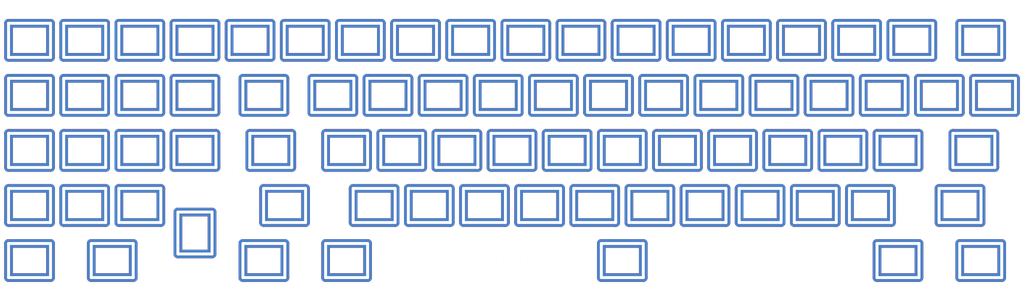
<source format=kicad_pcb>
(kicad_pcb (version 4) (host pcbnew 4.0.6)

  (general
    (links 0)
    (no_connects 0)
    (area 27.894999 24.144999 381.680001 128.255001)
    (thickness 1.6)
    (drawings 466)
    (tracks 0)
    (zones 0)
    (modules 79)
    (nets 1)
  )

  (page A3)
  (layers
    (0 F.Cu signal)
    (31 B.Cu signal)
    (32 B.Adhes user)
    (33 F.Adhes user)
    (34 B.Paste user)
    (35 F.Paste user)
    (36 B.SilkS user)
    (37 F.SilkS user)
    (38 B.Mask user)
    (39 F.Mask user)
    (40 Dwgs.User user)
    (41 Cmts.User user)
    (42 Eco1.User user)
    (43 Eco2.User user)
    (44 Edge.Cuts user)
    (45 Margin user)
    (46 B.CrtYd user)
    (47 F.CrtYd user)
    (48 B.Fab user)
    (49 F.Fab user)
  )

  (setup
    (last_trace_width 0.25)
    (trace_clearance 0.2)
    (zone_clearance 0.508)
    (zone_45_only no)
    (trace_min 0.2)
    (segment_width 0.2)
    (edge_width 0.01)
    (via_size 0.6)
    (via_drill 0.4)
    (via_min_size 0.4)
    (via_min_drill 0.3)
    (uvia_size 0.3)
    (uvia_drill 0.1)
    (uvias_allowed no)
    (uvia_min_size 0.2)
    (uvia_min_drill 0.1)
    (pcb_text_width 0.3)
    (pcb_text_size 1.5 1.5)
    (mod_edge_width 0.15)
    (mod_text_size 1 1)
    (mod_text_width 0.15)
    (pad_size 1.524 1.524)
    (pad_drill 0.762)
    (pad_to_mask_clearance 0.2)
    (aux_axis_origin 0 0)
    (visible_elements 7FFFFFFF)
    (pcbplotparams
      (layerselection 0x010f0_80000001)
      (usegerberextensions true)
      (excludeedgelayer true)
      (linewidth 0.020000)
      (plotframeref false)
      (viasonmask false)
      (mode 1)
      (useauxorigin false)
      (hpglpennumber 1)
      (hpglpenspeed 20)
      (hpglpendiameter 15)
      (hpglpenoverlay 2)
      (psnegative false)
      (psa4output false)
      (plotreference true)
      (plotvalue true)
      (plotinvisibletext false)
      (padsonsilk false)
      (subtractmaskfromsilk false)
      (outputformat 1)
      (mirror false)
      (drillshape 0)
      (scaleselection 1)
      (outputdirectory NeXT_plate_gerbers/))
  )

  (net 0 "")

  (net_class Default "This is the default net class."
    (clearance 0.2)
    (trace_width 0.25)
    (via_dia 0.6)
    (via_drill 0.4)
    (uvia_dia 0.3)
    (uvia_drill 0.1)
  )

  (module Keyboard_Footprints:SKCM_Plate_Cutout (layer F.Cu) (tedit 5C7E3BFA) (tstamp 5C7E4B56)
    (at 76.2 95.25)
    (fp_text reference "" (at 0 0.5) (layer F.SilkS)
      (effects (font (size 1 1) (thickness 0.15)))
    )
    (fp_text value "SKCM_Plate Cutout" (at 0 0) (layer F.Fab) hide
      (effects (font (size 1 1) (thickness 0.15)))
    )
    (pad "" thru_hole oval (at 0 -5.9) (size 17.5 3) (drill oval 15.5 1) (layers *.Cu *.Mask))
    (pad "" thru_hole oval (at 0 5.9) (size 17.5 3) (drill oval 15.5 1) (layers *.Cu *.Mask))
    (pad "" thru_hole oval (at 7.25 0) (size 3 14.8) (drill oval 1 12.8) (layers *.Cu *.Mask))
    (pad "" thru_hole oval (at -7.25 0) (size 3 14.8) (drill oval 1 12.8) (layers *.Cu *.Mask))
  )

  (module Keyboard_Footprints:SKCM_Plate_Cutout (layer F.Cu) (tedit 5C7E3BFA) (tstamp 5C7E4B4F)
    (at 57.15 95.25)
    (fp_text reference "" (at 0 0.5) (layer F.SilkS)
      (effects (font (size 1 1) (thickness 0.15)))
    )
    (fp_text value "SKCM_Plate Cutout" (at 0 0) (layer F.Fab) hide
      (effects (font (size 1 1) (thickness 0.15)))
    )
    (pad "" thru_hole oval (at 0 -5.9) (size 17.5 3) (drill oval 15.5 1) (layers *.Cu *.Mask))
    (pad "" thru_hole oval (at 0 5.9) (size 17.5 3) (drill oval 15.5 1) (layers *.Cu *.Mask))
    (pad "" thru_hole oval (at 7.25 0) (size 3 14.8) (drill oval 1 12.8) (layers *.Cu *.Mask))
    (pad "" thru_hole oval (at -7.25 0) (size 3 14.8) (drill oval 1 12.8) (layers *.Cu *.Mask))
  )

  (module Keyboard_Footprints:SKCM_Plate_Cutout (layer F.Cu) (tedit 5C7E3BFA) (tstamp 5C7E4B48)
    (at 38.1 95.25)
    (fp_text reference "" (at 0 0.5) (layer F.SilkS)
      (effects (font (size 1 1) (thickness 0.15)))
    )
    (fp_text value "SKCM_Plate Cutout" (at 0 0) (layer F.Fab) hide
      (effects (font (size 1 1) (thickness 0.15)))
    )
    (pad "" thru_hole oval (at 0 -5.9) (size 17.5 3) (drill oval 15.5 1) (layers *.Cu *.Mask))
    (pad "" thru_hole oval (at 0 5.9) (size 17.5 3) (drill oval 15.5 1) (layers *.Cu *.Mask))
    (pad "" thru_hole oval (at 7.25 0) (size 3 14.8) (drill oval 1 12.8) (layers *.Cu *.Mask))
    (pad "" thru_hole oval (at -7.25 0) (size 3 14.8) (drill oval 1 12.8) (layers *.Cu *.Mask))
  )

  (module Keyboard_Footprints:SKCM_Plate_Cutout (layer F.Cu) (tedit 5C7E3BFA) (tstamp 5C7E4B09)
    (at 157.1625 95.25)
    (fp_text reference "" (at 0 0.5) (layer F.SilkS)
      (effects (font (size 1 1) (thickness 0.15)))
    )
    (fp_text value "SKCM_Plate Cutout" (at 0 0) (layer F.Fab) hide
      (effects (font (size 1 1) (thickness 0.15)))
    )
    (pad "" thru_hole oval (at 0 -5.9) (size 17.5 3) (drill oval 15.5 1) (layers *.Cu *.Mask))
    (pad "" thru_hole oval (at 0 5.9) (size 17.5 3) (drill oval 15.5 1) (layers *.Cu *.Mask))
    (pad "" thru_hole oval (at 7.25 0) (size 3 14.8) (drill oval 1 12.8) (layers *.Cu *.Mask))
    (pad "" thru_hole oval (at -7.25 0) (size 3 14.8) (drill oval 1 12.8) (layers *.Cu *.Mask))
  )

  (module Keyboard_Footprints:SKCM_Plate_Cutout (layer F.Cu) (tedit 5C7E3BFA) (tstamp 5C7E4B02)
    (at 176.2125 95.25)
    (fp_text reference "" (at 0 0.5) (layer F.SilkS)
      (effects (font (size 1 1) (thickness 0.15)))
    )
    (fp_text value "SKCM_Plate Cutout" (at 0 0) (layer F.Fab) hide
      (effects (font (size 1 1) (thickness 0.15)))
    )
    (pad "" thru_hole oval (at 0 -5.9) (size 17.5 3) (drill oval 15.5 1) (layers *.Cu *.Mask))
    (pad "" thru_hole oval (at 0 5.9) (size 17.5 3) (drill oval 15.5 1) (layers *.Cu *.Mask))
    (pad "" thru_hole oval (at 7.25 0) (size 3 14.8) (drill oval 1 12.8) (layers *.Cu *.Mask))
    (pad "" thru_hole oval (at -7.25 0) (size 3 14.8) (drill oval 1 12.8) (layers *.Cu *.Mask))
  )

  (module Keyboard_Footprints:SKCM_Plate_Cutout (layer F.Cu) (tedit 5C7E3BFA) (tstamp 5C7E4AFB)
    (at 195.2625 95.25)
    (fp_text reference "" (at 0 0.5) (layer F.SilkS)
      (effects (font (size 1 1) (thickness 0.15)))
    )
    (fp_text value "SKCM_Plate Cutout" (at 0 0) (layer F.Fab) hide
      (effects (font (size 1 1) (thickness 0.15)))
    )
    (pad "" thru_hole oval (at 0 -5.9) (size 17.5 3) (drill oval 15.5 1) (layers *.Cu *.Mask))
    (pad "" thru_hole oval (at 0 5.9) (size 17.5 3) (drill oval 15.5 1) (layers *.Cu *.Mask))
    (pad "" thru_hole oval (at 7.25 0) (size 3 14.8) (drill oval 1 12.8) (layers *.Cu *.Mask))
    (pad "" thru_hole oval (at -7.25 0) (size 3 14.8) (drill oval 1 12.8) (layers *.Cu *.Mask))
  )

  (module Keyboard_Footprints:SKCM_Plate_Cutout (layer F.Cu) (tedit 5C7E3BFA) (tstamp 5C7E4AF4)
    (at 214.3125 95.25)
    (fp_text reference "" (at 0 0.5) (layer F.SilkS)
      (effects (font (size 1 1) (thickness 0.15)))
    )
    (fp_text value "SKCM_Plate Cutout" (at 0 0) (layer F.Fab) hide
      (effects (font (size 1 1) (thickness 0.15)))
    )
    (pad "" thru_hole oval (at 0 -5.9) (size 17.5 3) (drill oval 15.5 1) (layers *.Cu *.Mask))
    (pad "" thru_hole oval (at 0 5.9) (size 17.5 3) (drill oval 15.5 1) (layers *.Cu *.Mask))
    (pad "" thru_hole oval (at 7.25 0) (size 3 14.8) (drill oval 1 12.8) (layers *.Cu *.Mask))
    (pad "" thru_hole oval (at -7.25 0) (size 3 14.8) (drill oval 1 12.8) (layers *.Cu *.Mask))
  )

  (module Keyboard_Footprints:SKCM_Plate_Cutout (layer F.Cu) (tedit 5C7E3BFA) (tstamp 5C7E4AED)
    (at 328.6125 95.25)
    (fp_text reference "" (at 0 0.5) (layer F.SilkS)
      (effects (font (size 1 1) (thickness 0.15)))
    )
    (fp_text value "SKCM_Plate Cutout" (at 0 0) (layer F.Fab) hide
      (effects (font (size 1 1) (thickness 0.15)))
    )
    (pad "" thru_hole oval (at 0 -5.9) (size 17.5 3) (drill oval 15.5 1) (layers *.Cu *.Mask))
    (pad "" thru_hole oval (at 0 5.9) (size 17.5 3) (drill oval 15.5 1) (layers *.Cu *.Mask))
    (pad "" thru_hole oval (at 7.25 0) (size 3 14.8) (drill oval 1 12.8) (layers *.Cu *.Mask))
    (pad "" thru_hole oval (at -7.25 0) (size 3 14.8) (drill oval 1 12.8) (layers *.Cu *.Mask))
  )

  (module Keyboard_Footprints:SKCM_Plate_Cutout (layer F.Cu) (tedit 5C7E3BFA) (tstamp 5C7E4AE6)
    (at 309.5625 95.25)
    (fp_text reference "" (at 0 0.5) (layer F.SilkS)
      (effects (font (size 1 1) (thickness 0.15)))
    )
    (fp_text value "SKCM_Plate Cutout" (at 0 0) (layer F.Fab) hide
      (effects (font (size 1 1) (thickness 0.15)))
    )
    (pad "" thru_hole oval (at 0 -5.9) (size 17.5 3) (drill oval 15.5 1) (layers *.Cu *.Mask))
    (pad "" thru_hole oval (at 0 5.9) (size 17.5 3) (drill oval 15.5 1) (layers *.Cu *.Mask))
    (pad "" thru_hole oval (at 7.25 0) (size 3 14.8) (drill oval 1 12.8) (layers *.Cu *.Mask))
    (pad "" thru_hole oval (at -7.25 0) (size 3 14.8) (drill oval 1 12.8) (layers *.Cu *.Mask))
  )

  (module Keyboard_Footprints:SKCM_Plate_Cutout (layer F.Cu) (tedit 5C7E3BFA) (tstamp 5C7E4ADF)
    (at 233.3625 95.25)
    (fp_text reference "" (at 0 0.5) (layer F.SilkS)
      (effects (font (size 1 1) (thickness 0.15)))
    )
    (fp_text value "SKCM_Plate Cutout" (at 0 0) (layer F.Fab) hide
      (effects (font (size 1 1) (thickness 0.15)))
    )
    (pad "" thru_hole oval (at 0 -5.9) (size 17.5 3) (drill oval 15.5 1) (layers *.Cu *.Mask))
    (pad "" thru_hole oval (at 0 5.9) (size 17.5 3) (drill oval 15.5 1) (layers *.Cu *.Mask))
    (pad "" thru_hole oval (at 7.25 0) (size 3 14.8) (drill oval 1 12.8) (layers *.Cu *.Mask))
    (pad "" thru_hole oval (at -7.25 0) (size 3 14.8) (drill oval 1 12.8) (layers *.Cu *.Mask))
  )

  (module Keyboard_Footprints:SKCM_Plate_Cutout (layer F.Cu) (tedit 5C7E3BFA) (tstamp 5C7E4AD8)
    (at 252.4125 95.25)
    (fp_text reference "" (at 0 0.5) (layer F.SilkS)
      (effects (font (size 1 1) (thickness 0.15)))
    )
    (fp_text value "SKCM_Plate Cutout" (at 0 0) (layer F.Fab) hide
      (effects (font (size 1 1) (thickness 0.15)))
    )
    (pad "" thru_hole oval (at 0 -5.9) (size 17.5 3) (drill oval 15.5 1) (layers *.Cu *.Mask))
    (pad "" thru_hole oval (at 0 5.9) (size 17.5 3) (drill oval 15.5 1) (layers *.Cu *.Mask))
    (pad "" thru_hole oval (at 7.25 0) (size 3 14.8) (drill oval 1 12.8) (layers *.Cu *.Mask))
    (pad "" thru_hole oval (at -7.25 0) (size 3 14.8) (drill oval 1 12.8) (layers *.Cu *.Mask))
  )

  (module Keyboard_Footprints:SKCM_Plate_Cutout (layer F.Cu) (tedit 5C7E3BFA) (tstamp 5C7E4AD1)
    (at 271.4625 95.25)
    (fp_text reference "" (at 0 0.5) (layer F.SilkS)
      (effects (font (size 1 1) (thickness 0.15)))
    )
    (fp_text value "SKCM_Plate Cutout" (at 0 0) (layer F.Fab) hide
      (effects (font (size 1 1) (thickness 0.15)))
    )
    (pad "" thru_hole oval (at 0 -5.9) (size 17.5 3) (drill oval 15.5 1) (layers *.Cu *.Mask))
    (pad "" thru_hole oval (at 0 5.9) (size 17.5 3) (drill oval 15.5 1) (layers *.Cu *.Mask))
    (pad "" thru_hole oval (at 7.25 0) (size 3 14.8) (drill oval 1 12.8) (layers *.Cu *.Mask))
    (pad "" thru_hole oval (at -7.25 0) (size 3 14.8) (drill oval 1 12.8) (layers *.Cu *.Mask))
  )

  (module Keyboard_Footprints:SKCM_Plate_Cutout (layer F.Cu) (tedit 5C7E3BFA) (tstamp 5C7E4ACA)
    (at 290.5125 95.25)
    (fp_text reference "" (at 0 0.5) (layer F.SilkS)
      (effects (font (size 1 1) (thickness 0.15)))
    )
    (fp_text value "SKCM_Plate Cutout" (at 0 0) (layer F.Fab) hide
      (effects (font (size 1 1) (thickness 0.15)))
    )
    (pad "" thru_hole oval (at 0 -5.9) (size 17.5 3) (drill oval 15.5 1) (layers *.Cu *.Mask))
    (pad "" thru_hole oval (at 0 5.9) (size 17.5 3) (drill oval 15.5 1) (layers *.Cu *.Mask))
    (pad "" thru_hole oval (at 7.25 0) (size 3 14.8) (drill oval 1 12.8) (layers *.Cu *.Mask))
    (pad "" thru_hole oval (at -7.25 0) (size 3 14.8) (drill oval 1 12.8) (layers *.Cu *.Mask))
  )

  (module Keyboard_Footprints:SKCM_Plate_Cutout (layer F.Cu) (tedit 5C7E3BFA) (tstamp 5C7E495E)
    (at 359.56875 95.25)
    (fp_text reference "" (at 0 0.5) (layer F.SilkS)
      (effects (font (size 1 1) (thickness 0.15)))
    )
    (fp_text value "SKCM_Plate Cutout" (at 0 0) (layer F.Fab) hide
      (effects (font (size 1 1) (thickness 0.15)))
    )
    (pad "" thru_hole oval (at 0 -5.9) (size 17.5 3) (drill oval 15.5 1) (layers *.Cu *.Mask))
    (pad "" thru_hole oval (at 0 5.9) (size 17.5 3) (drill oval 15.5 1) (layers *.Cu *.Mask))
    (pad "" thru_hole oval (at 7.25 0) (size 3 14.8) (drill oval 1 12.8) (layers *.Cu *.Mask))
    (pad "" thru_hole oval (at -7.25 0) (size 3 14.8) (drill oval 1 12.8) (layers *.Cu *.Mask))
  )

  (module Keyboard_Footprints:SKCM_Plate_Cutout (layer F.Cu) (tedit 5C7E3BFA) (tstamp 5C7E496D)
    (at 366.7125 114.3)
    (fp_text reference "" (at 0 0.5) (layer F.SilkS)
      (effects (font (size 1 1) (thickness 0.15)))
    )
    (fp_text value "SKCM_Plate Cutout" (at 0 0) (layer F.Fab) hide
      (effects (font (size 1 1) (thickness 0.15)))
    )
    (pad "" thru_hole oval (at 0 -5.9) (size 17.5 3) (drill oval 15.5 1) (layers *.Cu *.Mask))
    (pad "" thru_hole oval (at 0 5.9) (size 17.5 3) (drill oval 15.5 1) (layers *.Cu *.Mask))
    (pad "" thru_hole oval (at 7.25 0) (size 3 14.8) (drill oval 1 12.8) (layers *.Cu *.Mask))
    (pad "" thru_hole oval (at -7.25 0) (size 3 14.8) (drill oval 1 12.8) (layers *.Cu *.Mask))
  )

  (module Keyboard_Footprints:SKCM_Plate_Cutout (layer F.Cu) (tedit 5C7E3BFA) (tstamp 5C7E497C)
    (at 338.1375 114.3)
    (fp_text reference "" (at 0 0.5) (layer F.SilkS)
      (effects (font (size 1 1) (thickness 0.15)))
    )
    (fp_text value "SKCM_Plate Cutout" (at 0 0) (layer F.Fab) hide
      (effects (font (size 1 1) (thickness 0.15)))
    )
    (pad "" thru_hole oval (at 0 -5.9) (size 17.5 3) (drill oval 15.5 1) (layers *.Cu *.Mask))
    (pad "" thru_hole oval (at 0 5.9) (size 17.5 3) (drill oval 15.5 1) (layers *.Cu *.Mask))
    (pad "" thru_hole oval (at 7.25 0) (size 3 14.8) (drill oval 1 12.8) (layers *.Cu *.Mask))
    (pad "" thru_hole oval (at -7.25 0) (size 3 14.8) (drill oval 1 12.8) (layers *.Cu *.Mask))
  )

  (module Keyboard_Footprints:SKCM_Plate_Cutout (layer F.Cu) (tedit 5C7E3BFA) (tstamp 5C7E499A)
    (at 242.8875 114.3)
    (fp_text reference "" (at 0 0.5) (layer F.SilkS)
      (effects (font (size 1 1) (thickness 0.15)))
    )
    (fp_text value "SKCM_Plate Cutout" (at 0 0) (layer F.Fab) hide
      (effects (font (size 1 1) (thickness 0.15)))
    )
    (pad "" thru_hole oval (at 0 -5.9) (size 17.5 3) (drill oval 15.5 1) (layers *.Cu *.Mask))
    (pad "" thru_hole oval (at 0 5.9) (size 17.5 3) (drill oval 15.5 1) (layers *.Cu *.Mask))
    (pad "" thru_hole oval (at 7.25 0) (size 3 14.8) (drill oval 1 12.8) (layers *.Cu *.Mask))
    (pad "" thru_hole oval (at -7.25 0) (size 3 14.8) (drill oval 1 12.8) (layers *.Cu *.Mask))
  )

  (module Keyboard_Footprints:SKCM_Plate_Cutout (layer F.Cu) (tedit 5C7E3BFA) (tstamp 5C7E49A9)
    (at 147.6375 114.3)
    (fp_text reference "" (at 0 0.5) (layer F.SilkS)
      (effects (font (size 1 1) (thickness 0.15)))
    )
    (fp_text value "SKCM_Plate Cutout" (at 0 0) (layer F.Fab) hide
      (effects (font (size 1 1) (thickness 0.15)))
    )
    (pad "" thru_hole oval (at 0 -5.9) (size 17.5 3) (drill oval 15.5 1) (layers *.Cu *.Mask))
    (pad "" thru_hole oval (at 0 5.9) (size 17.5 3) (drill oval 15.5 1) (layers *.Cu *.Mask))
    (pad "" thru_hole oval (at 7.25 0) (size 3 14.8) (drill oval 1 12.8) (layers *.Cu *.Mask))
    (pad "" thru_hole oval (at -7.25 0) (size 3 14.8) (drill oval 1 12.8) (layers *.Cu *.Mask))
  )

  (module Keyboard_Footprints:SKCM_Plate_Cutout (layer F.Cu) (tedit 5C7E3BFA) (tstamp 5C7E49B8)
    (at 119.0625 114.3)
    (fp_text reference "" (at 0 0.5) (layer F.SilkS)
      (effects (font (size 1 1) (thickness 0.15)))
    )
    (fp_text value "SKCM_Plate Cutout" (at 0 0) (layer F.Fab) hide
      (effects (font (size 1 1) (thickness 0.15)))
    )
    (pad "" thru_hole oval (at 0 -5.9) (size 17.5 3) (drill oval 15.5 1) (layers *.Cu *.Mask))
    (pad "" thru_hole oval (at 0 5.9) (size 17.5 3) (drill oval 15.5 1) (layers *.Cu *.Mask))
    (pad "" thru_hole oval (at 7.25 0) (size 3 14.8) (drill oval 1 12.8) (layers *.Cu *.Mask))
    (pad "" thru_hole oval (at -7.25 0) (size 3 14.8) (drill oval 1 12.8) (layers *.Cu *.Mask))
  )

  (module Keyboard_Footprints:SKCM_Plate_Cutout (layer F.Cu) (tedit 5C7E3BFA) (tstamp 5C7E49C7)
    (at 126.20625 95.25)
    (fp_text reference "" (at 0 0.5) (layer F.SilkS)
      (effects (font (size 1 1) (thickness 0.15)))
    )
    (fp_text value "SKCM_Plate Cutout" (at 0 0) (layer F.Fab) hide
      (effects (font (size 1 1) (thickness 0.15)))
    )
    (pad "" thru_hole oval (at 0 -5.9) (size 17.5 3) (drill oval 15.5 1) (layers *.Cu *.Mask))
    (pad "" thru_hole oval (at 0 5.9) (size 17.5 3) (drill oval 15.5 1) (layers *.Cu *.Mask))
    (pad "" thru_hole oval (at 7.25 0) (size 3 14.8) (drill oval 1 12.8) (layers *.Cu *.Mask))
    (pad "" thru_hole oval (at -7.25 0) (size 3 14.8) (drill oval 1 12.8) (layers *.Cu *.Mask))
  )

  (module Keyboard_Footprints:SKCM_Plate_Cutout (layer F.Cu) (tedit 5C7E3BFA) (tstamp 5C7E49E5)
    (at 66.675 114.3)
    (fp_text reference "" (at 0 0.5) (layer F.SilkS)
      (effects (font (size 1 1) (thickness 0.15)))
    )
    (fp_text value "SKCM_Plate Cutout" (at 0 0) (layer F.Fab) hide
      (effects (font (size 1 1) (thickness 0.15)))
    )
    (pad "" thru_hole oval (at 0 -5.9) (size 17.5 3) (drill oval 15.5 1) (layers *.Cu *.Mask))
    (pad "" thru_hole oval (at 0 5.9) (size 17.5 3) (drill oval 15.5 1) (layers *.Cu *.Mask))
    (pad "" thru_hole oval (at 7.25 0) (size 3 14.8) (drill oval 1 12.8) (layers *.Cu *.Mask))
    (pad "" thru_hole oval (at -7.25 0) (size 3 14.8) (drill oval 1 12.8) (layers *.Cu *.Mask))
  )

  (module Keyboard_Footprints:SKCM_Plate_Cutout (layer F.Cu) (tedit 5C7E3BFA) (tstamp 5C7E49F4)
    (at 38.1 114.3)
    (fp_text reference "" (at 0 0.5) (layer F.SilkS)
      (effects (font (size 1 1) (thickness 0.15)))
    )
    (fp_text value "SKCM_Plate Cutout" (at 0 0) (layer F.Fab) hide
      (effects (font (size 1 1) (thickness 0.15)))
    )
    (pad "" thru_hole oval (at 0 -5.9) (size 17.5 3) (drill oval 15.5 1) (layers *.Cu *.Mask))
    (pad "" thru_hole oval (at 0 5.9) (size 17.5 3) (drill oval 15.5 1) (layers *.Cu *.Mask))
    (pad "" thru_hole oval (at 7.25 0) (size 3 14.8) (drill oval 1 12.8) (layers *.Cu *.Mask))
    (pad "" thru_hole oval (at -7.25 0) (size 3 14.8) (drill oval 1 12.8) (layers *.Cu *.Mask))
  )

  (module Keyboard_Footprints:SKCM_Plate_Cutout (layer F.Cu) (tedit 5C7E3BFA) (tstamp 5C7E4A03)
    (at 95.25 104.775 90)
    (fp_text reference "" (at 0 0.5 90) (layer F.SilkS)
      (effects (font (size 1 1) (thickness 0.15)))
    )
    (fp_text value "SKCM_Plate Cutout" (at 0 0 90) (layer F.Fab) hide
      (effects (font (size 1 1) (thickness 0.15)))
    )
    (pad "" thru_hole oval (at 0 -5.9 90) (size 17.5 3) (drill oval 15.5 1) (layers *.Cu *.Mask))
    (pad "" thru_hole oval (at 0 5.9 90) (size 17.5 3) (drill oval 15.5 1) (layers *.Cu *.Mask))
    (pad "" thru_hole oval (at 7.25 0 90) (size 3 14.8) (drill oval 1 12.8) (layers *.Cu *.Mask))
    (pad "" thru_hole oval (at -7.25 0 90) (size 3 14.8) (drill oval 1 12.8) (layers *.Cu *.Mask))
  )

  (module Keyboard_Footprints:SKCM_Plate_Cutout (layer F.Cu) (tedit 5C7E3BFA) (tstamp 5C7E4B41)
    (at 38.1 76.2)
    (fp_text reference "" (at 0 0.5) (layer F.SilkS)
      (effects (font (size 1 1) (thickness 0.15)))
    )
    (fp_text value "SKCM_Plate Cutout" (at 0 0) (layer F.Fab) hide
      (effects (font (size 1 1) (thickness 0.15)))
    )
    (pad "" thru_hole oval (at 0 -5.9) (size 17.5 3) (drill oval 15.5 1) (layers *.Cu *.Mask))
    (pad "" thru_hole oval (at 0 5.9) (size 17.5 3) (drill oval 15.5 1) (layers *.Cu *.Mask))
    (pad "" thru_hole oval (at 7.25 0) (size 3 14.8) (drill oval 1 12.8) (layers *.Cu *.Mask))
    (pad "" thru_hole oval (at -7.25 0) (size 3 14.8) (drill oval 1 12.8) (layers *.Cu *.Mask))
  )

  (module Keyboard_Footprints:SKCM_Plate_Cutout (layer F.Cu) (tedit 5C7E3BFA) (tstamp 5C7E4B3A)
    (at 57.15 76.2)
    (fp_text reference "" (at 0 0.5) (layer F.SilkS)
      (effects (font (size 1 1) (thickness 0.15)))
    )
    (fp_text value "SKCM_Plate Cutout" (at 0 0) (layer F.Fab) hide
      (effects (font (size 1 1) (thickness 0.15)))
    )
    (pad "" thru_hole oval (at 0 -5.9) (size 17.5 3) (drill oval 15.5 1) (layers *.Cu *.Mask))
    (pad "" thru_hole oval (at 0 5.9) (size 17.5 3) (drill oval 15.5 1) (layers *.Cu *.Mask))
    (pad "" thru_hole oval (at 7.25 0) (size 3 14.8) (drill oval 1 12.8) (layers *.Cu *.Mask))
    (pad "" thru_hole oval (at -7.25 0) (size 3 14.8) (drill oval 1 12.8) (layers *.Cu *.Mask))
  )

  (module Keyboard_Footprints:SKCM_Plate_Cutout (layer F.Cu) (tedit 5C7E3BFA) (tstamp 5C7E4B33)
    (at 76.2 76.2)
    (fp_text reference "" (at 0 0.5) (layer F.SilkS)
      (effects (font (size 1 1) (thickness 0.15)))
    )
    (fp_text value "SKCM_Plate Cutout" (at 0 0) (layer F.Fab) hide
      (effects (font (size 1 1) (thickness 0.15)))
    )
    (pad "" thru_hole oval (at 0 -5.9) (size 17.5 3) (drill oval 15.5 1) (layers *.Cu *.Mask))
    (pad "" thru_hole oval (at 0 5.9) (size 17.5 3) (drill oval 15.5 1) (layers *.Cu *.Mask))
    (pad "" thru_hole oval (at 7.25 0) (size 3 14.8) (drill oval 1 12.8) (layers *.Cu *.Mask))
    (pad "" thru_hole oval (at -7.25 0) (size 3 14.8) (drill oval 1 12.8) (layers *.Cu *.Mask))
  )

  (module Keyboard_Footprints:SKCM_Plate_Cutout (layer F.Cu) (tedit 5C7E3BFA) (tstamp 5C7E4B2C)
    (at 95.25 76.2)
    (fp_text reference "" (at 0 0.5) (layer F.SilkS)
      (effects (font (size 1 1) (thickness 0.15)))
    )
    (fp_text value "SKCM_Plate Cutout" (at 0 0) (layer F.Fab) hide
      (effects (font (size 1 1) (thickness 0.15)))
    )
    (pad "" thru_hole oval (at 0 -5.9) (size 17.5 3) (drill oval 15.5 1) (layers *.Cu *.Mask))
    (pad "" thru_hole oval (at 0 5.9) (size 17.5 3) (drill oval 15.5 1) (layers *.Cu *.Mask))
    (pad "" thru_hole oval (at 7.25 0) (size 3 14.8) (drill oval 1 12.8) (layers *.Cu *.Mask))
    (pad "" thru_hole oval (at -7.25 0) (size 3 14.8) (drill oval 1 12.8) (layers *.Cu *.Mask))
  )

  (module Keyboard_Footprints:SKCM_Plate_Cutout (layer F.Cu) (tedit 5C7E3BFA) (tstamp 5C7E4B25)
    (at 95.25 57.15)
    (fp_text reference "" (at 0 0.5) (layer F.SilkS)
      (effects (font (size 1 1) (thickness 0.15)))
    )
    (fp_text value "SKCM_Plate Cutout" (at 0 0) (layer F.Fab) hide
      (effects (font (size 1 1) (thickness 0.15)))
    )
    (pad "" thru_hole oval (at 0 -5.9) (size 17.5 3) (drill oval 15.5 1) (layers *.Cu *.Mask))
    (pad "" thru_hole oval (at 0 5.9) (size 17.5 3) (drill oval 15.5 1) (layers *.Cu *.Mask))
    (pad "" thru_hole oval (at 7.25 0) (size 3 14.8) (drill oval 1 12.8) (layers *.Cu *.Mask))
    (pad "" thru_hole oval (at -7.25 0) (size 3 14.8) (drill oval 1 12.8) (layers *.Cu *.Mask))
  )

  (module Keyboard_Footprints:SKCM_Plate_Cutout (layer F.Cu) (tedit 5C7E3BFA) (tstamp 5C7E4B1E)
    (at 76.2 57.15)
    (fp_text reference "" (at 0 0.5) (layer F.SilkS)
      (effects (font (size 1 1) (thickness 0.15)))
    )
    (fp_text value "SKCM_Plate Cutout" (at 0 0) (layer F.Fab) hide
      (effects (font (size 1 1) (thickness 0.15)))
    )
    (pad "" thru_hole oval (at 0 -5.9) (size 17.5 3) (drill oval 15.5 1) (layers *.Cu *.Mask))
    (pad "" thru_hole oval (at 0 5.9) (size 17.5 3) (drill oval 15.5 1) (layers *.Cu *.Mask))
    (pad "" thru_hole oval (at 7.25 0) (size 3 14.8) (drill oval 1 12.8) (layers *.Cu *.Mask))
    (pad "" thru_hole oval (at -7.25 0) (size 3 14.8) (drill oval 1 12.8) (layers *.Cu *.Mask))
  )

  (module Keyboard_Footprints:SKCM_Plate_Cutout (layer F.Cu) (tedit 5C7E3BFA) (tstamp 5C7E4B17)
    (at 57.15 57.15)
    (fp_text reference "" (at 0 0.5) (layer F.SilkS)
      (effects (font (size 1 1) (thickness 0.15)))
    )
    (fp_text value "SKCM_Plate Cutout" (at 0 0) (layer F.Fab) hide
      (effects (font (size 1 1) (thickness 0.15)))
    )
    (pad "" thru_hole oval (at 0 -5.9) (size 17.5 3) (drill oval 15.5 1) (layers *.Cu *.Mask))
    (pad "" thru_hole oval (at 0 5.9) (size 17.5 3) (drill oval 15.5 1) (layers *.Cu *.Mask))
    (pad "" thru_hole oval (at 7.25 0) (size 3 14.8) (drill oval 1 12.8) (layers *.Cu *.Mask))
    (pad "" thru_hole oval (at -7.25 0) (size 3 14.8) (drill oval 1 12.8) (layers *.Cu *.Mask))
  )

  (module Keyboard_Footprints:SKCM_Plate_Cutout (layer F.Cu) (tedit 5C7E3BFA) (tstamp 5C7E4B10)
    (at 38.1 57.15)
    (fp_text reference "" (at 0 0.5) (layer F.SilkS)
      (effects (font (size 1 1) (thickness 0.15)))
    )
    (fp_text value "SKCM_Plate Cutout" (at 0 0) (layer F.Fab) hide
      (effects (font (size 1 1) (thickness 0.15)))
    )
    (pad "" thru_hole oval (at 0 -5.9) (size 17.5 3) (drill oval 15.5 1) (layers *.Cu *.Mask))
    (pad "" thru_hole oval (at 0 5.9) (size 17.5 3) (drill oval 15.5 1) (layers *.Cu *.Mask))
    (pad "" thru_hole oval (at 7.25 0) (size 3 14.8) (drill oval 1 12.8) (layers *.Cu *.Mask))
    (pad "" thru_hole oval (at -7.25 0) (size 3 14.8) (drill oval 1 12.8) (layers *.Cu *.Mask))
  )

  (module Keyboard_Footprints:SKCM_Plate_Cutout (layer F.Cu) (tedit 5C7E3BFA) (tstamp 5C7E4AC3)
    (at 280.9875 76.2)
    (fp_text reference "" (at 0 0.5) (layer F.SilkS)
      (effects (font (size 1 1) (thickness 0.15)))
    )
    (fp_text value "SKCM_Plate Cutout" (at 0 0) (layer F.Fab) hide
      (effects (font (size 1 1) (thickness 0.15)))
    )
    (pad "" thru_hole oval (at 0 -5.9) (size 17.5 3) (drill oval 15.5 1) (layers *.Cu *.Mask))
    (pad "" thru_hole oval (at 0 5.9) (size 17.5 3) (drill oval 15.5 1) (layers *.Cu *.Mask))
    (pad "" thru_hole oval (at 7.25 0) (size 3 14.8) (drill oval 1 12.8) (layers *.Cu *.Mask))
    (pad "" thru_hole oval (at -7.25 0) (size 3 14.8) (drill oval 1 12.8) (layers *.Cu *.Mask))
  )

  (module Keyboard_Footprints:SKCM_Plate_Cutout (layer F.Cu) (tedit 5C7E3BFA) (tstamp 5C7E4ABC)
    (at 261.9375 76.2)
    (fp_text reference "" (at 0 0.5) (layer F.SilkS)
      (effects (font (size 1 1) (thickness 0.15)))
    )
    (fp_text value "SKCM_Plate Cutout" (at 0 0) (layer F.Fab) hide
      (effects (font (size 1 1) (thickness 0.15)))
    )
    (pad "" thru_hole oval (at 0 -5.9) (size 17.5 3) (drill oval 15.5 1) (layers *.Cu *.Mask))
    (pad "" thru_hole oval (at 0 5.9) (size 17.5 3) (drill oval 15.5 1) (layers *.Cu *.Mask))
    (pad "" thru_hole oval (at 7.25 0) (size 3 14.8) (drill oval 1 12.8) (layers *.Cu *.Mask))
    (pad "" thru_hole oval (at -7.25 0) (size 3 14.8) (drill oval 1 12.8) (layers *.Cu *.Mask))
  )

  (module Keyboard_Footprints:SKCM_Plate_Cutout (layer F.Cu) (tedit 5C7E3BFA) (tstamp 5C7E4AB5)
    (at 242.8875 76.2)
    (fp_text reference "" (at 0 0.5) (layer F.SilkS)
      (effects (font (size 1 1) (thickness 0.15)))
    )
    (fp_text value "SKCM_Plate Cutout" (at 0 0) (layer F.Fab) hide
      (effects (font (size 1 1) (thickness 0.15)))
    )
    (pad "" thru_hole oval (at 0 -5.9) (size 17.5 3) (drill oval 15.5 1) (layers *.Cu *.Mask))
    (pad "" thru_hole oval (at 0 5.9) (size 17.5 3) (drill oval 15.5 1) (layers *.Cu *.Mask))
    (pad "" thru_hole oval (at 7.25 0) (size 3 14.8) (drill oval 1 12.8) (layers *.Cu *.Mask))
    (pad "" thru_hole oval (at -7.25 0) (size 3 14.8) (drill oval 1 12.8) (layers *.Cu *.Mask))
  )

  (module Keyboard_Footprints:SKCM_Plate_Cutout (layer F.Cu) (tedit 5C7E3BFA) (tstamp 5C7E4AAE)
    (at 223.8375 76.2)
    (fp_text reference "" (at 0 0.5) (layer F.SilkS)
      (effects (font (size 1 1) (thickness 0.15)))
    )
    (fp_text value "SKCM_Plate Cutout" (at 0 0) (layer F.Fab) hide
      (effects (font (size 1 1) (thickness 0.15)))
    )
    (pad "" thru_hole oval (at 0 -5.9) (size 17.5 3) (drill oval 15.5 1) (layers *.Cu *.Mask))
    (pad "" thru_hole oval (at 0 5.9) (size 17.5 3) (drill oval 15.5 1) (layers *.Cu *.Mask))
    (pad "" thru_hole oval (at 7.25 0) (size 3 14.8) (drill oval 1 12.8) (layers *.Cu *.Mask))
    (pad "" thru_hole oval (at -7.25 0) (size 3 14.8) (drill oval 1 12.8) (layers *.Cu *.Mask))
  )

  (module Keyboard_Footprints:SKCM_Plate_Cutout (layer F.Cu) (tedit 5C7E3BFA) (tstamp 5C7E4AA7)
    (at 300.0375 76.2)
    (fp_text reference "" (at 0 0.5) (layer F.SilkS)
      (effects (font (size 1 1) (thickness 0.15)))
    )
    (fp_text value "SKCM_Plate Cutout" (at 0 0) (layer F.Fab) hide
      (effects (font (size 1 1) (thickness 0.15)))
    )
    (pad "" thru_hole oval (at 0 -5.9) (size 17.5 3) (drill oval 15.5 1) (layers *.Cu *.Mask))
    (pad "" thru_hole oval (at 0 5.9) (size 17.5 3) (drill oval 15.5 1) (layers *.Cu *.Mask))
    (pad "" thru_hole oval (at 7.25 0) (size 3 14.8) (drill oval 1 12.8) (layers *.Cu *.Mask))
    (pad "" thru_hole oval (at -7.25 0) (size 3 14.8) (drill oval 1 12.8) (layers *.Cu *.Mask))
  )

  (module Keyboard_Footprints:SKCM_Plate_Cutout (layer F.Cu) (tedit 5C7E3BFA) (tstamp 5C7E4AA0)
    (at 319.0875 76.2)
    (fp_text reference "" (at 0 0.5) (layer F.SilkS)
      (effects (font (size 1 1) (thickness 0.15)))
    )
    (fp_text value "SKCM_Plate Cutout" (at 0 0) (layer F.Fab) hide
      (effects (font (size 1 1) (thickness 0.15)))
    )
    (pad "" thru_hole oval (at 0 -5.9) (size 17.5 3) (drill oval 15.5 1) (layers *.Cu *.Mask))
    (pad "" thru_hole oval (at 0 5.9) (size 17.5 3) (drill oval 15.5 1) (layers *.Cu *.Mask))
    (pad "" thru_hole oval (at 7.25 0) (size 3 14.8) (drill oval 1 12.8) (layers *.Cu *.Mask))
    (pad "" thru_hole oval (at -7.25 0) (size 3 14.8) (drill oval 1 12.8) (layers *.Cu *.Mask))
  )

  (module Keyboard_Footprints:SKCM_Plate_Cutout (layer F.Cu) (tedit 5C7E3BFA) (tstamp 5C7E4A99)
    (at 338.1375 76.2)
    (fp_text reference "" (at 0 0.5) (layer F.SilkS)
      (effects (font (size 1 1) (thickness 0.15)))
    )
    (fp_text value "SKCM_Plate Cutout" (at 0 0) (layer F.Fab) hide
      (effects (font (size 1 1) (thickness 0.15)))
    )
    (pad "" thru_hole oval (at 0 -5.9) (size 17.5 3) (drill oval 15.5 1) (layers *.Cu *.Mask))
    (pad "" thru_hole oval (at 0 5.9) (size 17.5 3) (drill oval 15.5 1) (layers *.Cu *.Mask))
    (pad "" thru_hole oval (at 7.25 0) (size 3 14.8) (drill oval 1 12.8) (layers *.Cu *.Mask))
    (pad "" thru_hole oval (at -7.25 0) (size 3 14.8) (drill oval 1 12.8) (layers *.Cu *.Mask))
  )

  (module Keyboard_Footprints:SKCM_Plate_Cutout (layer F.Cu) (tedit 5C7E3BFA) (tstamp 5C7E4A92)
    (at 204.7875 76.2)
    (fp_text reference "" (at 0 0.5) (layer F.SilkS)
      (effects (font (size 1 1) (thickness 0.15)))
    )
    (fp_text value "SKCM_Plate Cutout" (at 0 0) (layer F.Fab) hide
      (effects (font (size 1 1) (thickness 0.15)))
    )
    (pad "" thru_hole oval (at 0 -5.9) (size 17.5 3) (drill oval 15.5 1) (layers *.Cu *.Mask))
    (pad "" thru_hole oval (at 0 5.9) (size 17.5 3) (drill oval 15.5 1) (layers *.Cu *.Mask))
    (pad "" thru_hole oval (at 7.25 0) (size 3 14.8) (drill oval 1 12.8) (layers *.Cu *.Mask))
    (pad "" thru_hole oval (at -7.25 0) (size 3 14.8) (drill oval 1 12.8) (layers *.Cu *.Mask))
  )

  (module Keyboard_Footprints:SKCM_Plate_Cutout (layer F.Cu) (tedit 5C7E3BFA) (tstamp 5C7E4A8B)
    (at 185.7375 76.2)
    (fp_text reference "" (at 0 0.5) (layer F.SilkS)
      (effects (font (size 1 1) (thickness 0.15)))
    )
    (fp_text value "SKCM_Plate Cutout" (at 0 0) (layer F.Fab) hide
      (effects (font (size 1 1) (thickness 0.15)))
    )
    (pad "" thru_hole oval (at 0 -5.9) (size 17.5 3) (drill oval 15.5 1) (layers *.Cu *.Mask))
    (pad "" thru_hole oval (at 0 5.9) (size 17.5 3) (drill oval 15.5 1) (layers *.Cu *.Mask))
    (pad "" thru_hole oval (at 7.25 0) (size 3 14.8) (drill oval 1 12.8) (layers *.Cu *.Mask))
    (pad "" thru_hole oval (at -7.25 0) (size 3 14.8) (drill oval 1 12.8) (layers *.Cu *.Mask))
  )

  (module Keyboard_Footprints:SKCM_Plate_Cutout (layer F.Cu) (tedit 5C7E3BFA) (tstamp 5C7E4A84)
    (at 166.6875 76.2)
    (fp_text reference "" (at 0 0.5) (layer F.SilkS)
      (effects (font (size 1 1) (thickness 0.15)))
    )
    (fp_text value "SKCM_Plate Cutout" (at 0 0) (layer F.Fab) hide
      (effects (font (size 1 1) (thickness 0.15)))
    )
    (pad "" thru_hole oval (at 0 -5.9) (size 17.5 3) (drill oval 15.5 1) (layers *.Cu *.Mask))
    (pad "" thru_hole oval (at 0 5.9) (size 17.5 3) (drill oval 15.5 1) (layers *.Cu *.Mask))
    (pad "" thru_hole oval (at 7.25 0) (size 3 14.8) (drill oval 1 12.8) (layers *.Cu *.Mask))
    (pad "" thru_hole oval (at -7.25 0) (size 3 14.8) (drill oval 1 12.8) (layers *.Cu *.Mask))
  )

  (module Keyboard_Footprints:SKCM_Plate_Cutout (layer F.Cu) (tedit 5C7E3BFA) (tstamp 5C7E4A7D)
    (at 147.6375 76.2)
    (fp_text reference "" (at 0 0.5) (layer F.SilkS)
      (effects (font (size 1 1) (thickness 0.15)))
    )
    (fp_text value "SKCM_Plate Cutout" (at 0 0) (layer F.Fab) hide
      (effects (font (size 1 1) (thickness 0.15)))
    )
    (pad "" thru_hole oval (at 0 -5.9) (size 17.5 3) (drill oval 15.5 1) (layers *.Cu *.Mask))
    (pad "" thru_hole oval (at 0 5.9) (size 17.5 3) (drill oval 15.5 1) (layers *.Cu *.Mask))
    (pad "" thru_hole oval (at 7.25 0) (size 3 14.8) (drill oval 1 12.8) (layers *.Cu *.Mask))
    (pad "" thru_hole oval (at -7.25 0) (size 3 14.8) (drill oval 1 12.8) (layers *.Cu *.Mask))
  )

  (module Keyboard_Footprints:SKCM_Plate_Cutout (layer F.Cu) (tedit 5C7E3BFA) (tstamp 5C7E4A76)
    (at 371.475 57.15)
    (fp_text reference "" (at 0 0.5) (layer F.SilkS)
      (effects (font (size 1 1) (thickness 0.15)))
    )
    (fp_text value "SKCM_Plate Cutout" (at 0 0) (layer F.Fab) hide
      (effects (font (size 1 1) (thickness 0.15)))
    )
    (pad "" thru_hole oval (at 0 -5.9) (size 17.5 3) (drill oval 15.5 1) (layers *.Cu *.Mask))
    (pad "" thru_hole oval (at 0 5.9) (size 17.5 3) (drill oval 15.5 1) (layers *.Cu *.Mask))
    (pad "" thru_hole oval (at 7.25 0) (size 3 14.8) (drill oval 1 12.8) (layers *.Cu *.Mask))
    (pad "" thru_hole oval (at -7.25 0) (size 3 14.8) (drill oval 1 12.8) (layers *.Cu *.Mask))
  )

  (module Keyboard_Footprints:SKCM_Plate_Cutout (layer F.Cu) (tedit 5C7E3BFA) (tstamp 5C7E4A6F)
    (at 142.875 57.15)
    (fp_text reference "" (at 0 0.5) (layer F.SilkS)
      (effects (font (size 1 1) (thickness 0.15)))
    )
    (fp_text value "SKCM_Plate Cutout" (at 0 0) (layer F.Fab) hide
      (effects (font (size 1 1) (thickness 0.15)))
    )
    (pad "" thru_hole oval (at 0 -5.9) (size 17.5 3) (drill oval 15.5 1) (layers *.Cu *.Mask))
    (pad "" thru_hole oval (at 0 5.9) (size 17.5 3) (drill oval 15.5 1) (layers *.Cu *.Mask))
    (pad "" thru_hole oval (at 7.25 0) (size 3 14.8) (drill oval 1 12.8) (layers *.Cu *.Mask))
    (pad "" thru_hole oval (at -7.25 0) (size 3 14.8) (drill oval 1 12.8) (layers *.Cu *.Mask))
  )

  (module Keyboard_Footprints:SKCM_Plate_Cutout (layer F.Cu) (tedit 5C7E3BFA) (tstamp 5C7E4A68)
    (at 161.925 57.15)
    (fp_text reference "" (at 0 0.5) (layer F.SilkS)
      (effects (font (size 1 1) (thickness 0.15)))
    )
    (fp_text value "SKCM_Plate Cutout" (at 0 0) (layer F.Fab) hide
      (effects (font (size 1 1) (thickness 0.15)))
    )
    (pad "" thru_hole oval (at 0 -5.9) (size 17.5 3) (drill oval 15.5 1) (layers *.Cu *.Mask))
    (pad "" thru_hole oval (at 0 5.9) (size 17.5 3) (drill oval 15.5 1) (layers *.Cu *.Mask))
    (pad "" thru_hole oval (at 7.25 0) (size 3 14.8) (drill oval 1 12.8) (layers *.Cu *.Mask))
    (pad "" thru_hole oval (at -7.25 0) (size 3 14.8) (drill oval 1 12.8) (layers *.Cu *.Mask))
  )

  (module Keyboard_Footprints:SKCM_Plate_Cutout (layer F.Cu) (tedit 5C7E3BFA) (tstamp 5C7E4A61)
    (at 180.975 57.15)
    (fp_text reference "" (at 0 0.5) (layer F.SilkS)
      (effects (font (size 1 1) (thickness 0.15)))
    )
    (fp_text value "SKCM_Plate Cutout" (at 0 0) (layer F.Fab) hide
      (effects (font (size 1 1) (thickness 0.15)))
    )
    (pad "" thru_hole oval (at 0 -5.9) (size 17.5 3) (drill oval 15.5 1) (layers *.Cu *.Mask))
    (pad "" thru_hole oval (at 0 5.9) (size 17.5 3) (drill oval 15.5 1) (layers *.Cu *.Mask))
    (pad "" thru_hole oval (at 7.25 0) (size 3 14.8) (drill oval 1 12.8) (layers *.Cu *.Mask))
    (pad "" thru_hole oval (at -7.25 0) (size 3 14.8) (drill oval 1 12.8) (layers *.Cu *.Mask))
  )

  (module Keyboard_Footprints:SKCM_Plate_Cutout (layer F.Cu) (tedit 5C7E3BFA) (tstamp 5C7E4A5A)
    (at 200.025 57.15)
    (fp_text reference "" (at 0 0.5) (layer F.SilkS)
      (effects (font (size 1 1) (thickness 0.15)))
    )
    (fp_text value "SKCM_Plate Cutout" (at 0 0) (layer F.Fab) hide
      (effects (font (size 1 1) (thickness 0.15)))
    )
    (pad "" thru_hole oval (at 0 -5.9) (size 17.5 3) (drill oval 15.5 1) (layers *.Cu *.Mask))
    (pad "" thru_hole oval (at 0 5.9) (size 17.5 3) (drill oval 15.5 1) (layers *.Cu *.Mask))
    (pad "" thru_hole oval (at 7.25 0) (size 3 14.8) (drill oval 1 12.8) (layers *.Cu *.Mask))
    (pad "" thru_hole oval (at -7.25 0) (size 3 14.8) (drill oval 1 12.8) (layers *.Cu *.Mask))
  )

  (module Keyboard_Footprints:SKCM_Plate_Cutout (layer F.Cu) (tedit 5C7E3BFA) (tstamp 5C7E4A53)
    (at 352.425 57.15)
    (fp_text reference "" (at 0 0.5) (layer F.SilkS)
      (effects (font (size 1 1) (thickness 0.15)))
    )
    (fp_text value "SKCM_Plate Cutout" (at 0 0) (layer F.Fab) hide
      (effects (font (size 1 1) (thickness 0.15)))
    )
    (pad "" thru_hole oval (at 0 -5.9) (size 17.5 3) (drill oval 15.5 1) (layers *.Cu *.Mask))
    (pad "" thru_hole oval (at 0 5.9) (size 17.5 3) (drill oval 15.5 1) (layers *.Cu *.Mask))
    (pad "" thru_hole oval (at 7.25 0) (size 3 14.8) (drill oval 1 12.8) (layers *.Cu *.Mask))
    (pad "" thru_hole oval (at -7.25 0) (size 3 14.8) (drill oval 1 12.8) (layers *.Cu *.Mask))
  )

  (module Keyboard_Footprints:SKCM_Plate_Cutout (layer F.Cu) (tedit 5C7E3BFA) (tstamp 5C7E4A4C)
    (at 333.375 57.15)
    (fp_text reference "" (at 0 0.5) (layer F.SilkS)
      (effects (font (size 1 1) (thickness 0.15)))
    )
    (fp_text value "SKCM_Plate Cutout" (at 0 0) (layer F.Fab) hide
      (effects (font (size 1 1) (thickness 0.15)))
    )
    (pad "" thru_hole oval (at 0 -5.9) (size 17.5 3) (drill oval 15.5 1) (layers *.Cu *.Mask))
    (pad "" thru_hole oval (at 0 5.9) (size 17.5 3) (drill oval 15.5 1) (layers *.Cu *.Mask))
    (pad "" thru_hole oval (at 7.25 0) (size 3 14.8) (drill oval 1 12.8) (layers *.Cu *.Mask))
    (pad "" thru_hole oval (at -7.25 0) (size 3 14.8) (drill oval 1 12.8) (layers *.Cu *.Mask))
  )

  (module Keyboard_Footprints:SKCM_Plate_Cutout (layer F.Cu) (tedit 5C7E3BFA) (tstamp 5C7E4A45)
    (at 314.325 57.15)
    (fp_text reference "" (at 0 0.5) (layer F.SilkS)
      (effects (font (size 1 1) (thickness 0.15)))
    )
    (fp_text value "SKCM_Plate Cutout" (at 0 0) (layer F.Fab) hide
      (effects (font (size 1 1) (thickness 0.15)))
    )
    (pad "" thru_hole oval (at 0 -5.9) (size 17.5 3) (drill oval 15.5 1) (layers *.Cu *.Mask))
    (pad "" thru_hole oval (at 0 5.9) (size 17.5 3) (drill oval 15.5 1) (layers *.Cu *.Mask))
    (pad "" thru_hole oval (at 7.25 0) (size 3 14.8) (drill oval 1 12.8) (layers *.Cu *.Mask))
    (pad "" thru_hole oval (at -7.25 0) (size 3 14.8) (drill oval 1 12.8) (layers *.Cu *.Mask))
  )

  (module Keyboard_Footprints:SKCM_Plate_Cutout (layer F.Cu) (tedit 5C7E3BFA) (tstamp 5C7E4A3E)
    (at 295.275 57.15)
    (fp_text reference "" (at 0 0.5) (layer F.SilkS)
      (effects (font (size 1 1) (thickness 0.15)))
    )
    (fp_text value "SKCM_Plate Cutout" (at 0 0) (layer F.Fab) hide
      (effects (font (size 1 1) (thickness 0.15)))
    )
    (pad "" thru_hole oval (at 0 -5.9) (size 17.5 3) (drill oval 15.5 1) (layers *.Cu *.Mask))
    (pad "" thru_hole oval (at 0 5.9) (size 17.5 3) (drill oval 15.5 1) (layers *.Cu *.Mask))
    (pad "" thru_hole oval (at 7.25 0) (size 3 14.8) (drill oval 1 12.8) (layers *.Cu *.Mask))
    (pad "" thru_hole oval (at -7.25 0) (size 3 14.8) (drill oval 1 12.8) (layers *.Cu *.Mask))
  )

  (module Keyboard_Footprints:SKCM_Plate_Cutout (layer F.Cu) (tedit 5C7E3BFA) (tstamp 5C7E4A37)
    (at 219.075 57.15)
    (fp_text reference "" (at 0 0.5) (layer F.SilkS)
      (effects (font (size 1 1) (thickness 0.15)))
    )
    (fp_text value "SKCM_Plate Cutout" (at 0 0) (layer F.Fab) hide
      (effects (font (size 1 1) (thickness 0.15)))
    )
    (pad "" thru_hole oval (at 0 -5.9) (size 17.5 3) (drill oval 15.5 1) (layers *.Cu *.Mask))
    (pad "" thru_hole oval (at 0 5.9) (size 17.5 3) (drill oval 15.5 1) (layers *.Cu *.Mask))
    (pad "" thru_hole oval (at 7.25 0) (size 3 14.8) (drill oval 1 12.8) (layers *.Cu *.Mask))
    (pad "" thru_hole oval (at -7.25 0) (size 3 14.8) (drill oval 1 12.8) (layers *.Cu *.Mask))
  )

  (module Keyboard_Footprints:SKCM_Plate_Cutout (layer F.Cu) (tedit 5C7E3BFA) (tstamp 5C7E4A30)
    (at 238.125 57.15)
    (fp_text reference "" (at 0 0.5) (layer F.SilkS)
      (effects (font (size 1 1) (thickness 0.15)))
    )
    (fp_text value "SKCM_Plate Cutout" (at 0 0) (layer F.Fab) hide
      (effects (font (size 1 1) (thickness 0.15)))
    )
    (pad "" thru_hole oval (at 0 -5.9) (size 17.5 3) (drill oval 15.5 1) (layers *.Cu *.Mask))
    (pad "" thru_hole oval (at 0 5.9) (size 17.5 3) (drill oval 15.5 1) (layers *.Cu *.Mask))
    (pad "" thru_hole oval (at 7.25 0) (size 3 14.8) (drill oval 1 12.8) (layers *.Cu *.Mask))
    (pad "" thru_hole oval (at -7.25 0) (size 3 14.8) (drill oval 1 12.8) (layers *.Cu *.Mask))
  )

  (module Keyboard_Footprints:SKCM_Plate_Cutout (layer F.Cu) (tedit 5C7E3BFA) (tstamp 5C7E4A29)
    (at 257.175 57.15)
    (fp_text reference "" (at 0 0.5) (layer F.SilkS)
      (effects (font (size 1 1) (thickness 0.15)))
    )
    (fp_text value "SKCM_Plate Cutout" (at 0 0) (layer F.Fab) hide
      (effects (font (size 1 1) (thickness 0.15)))
    )
    (pad "" thru_hole oval (at 0 -5.9) (size 17.5 3) (drill oval 15.5 1) (layers *.Cu *.Mask))
    (pad "" thru_hole oval (at 0 5.9) (size 17.5 3) (drill oval 15.5 1) (layers *.Cu *.Mask))
    (pad "" thru_hole oval (at 7.25 0) (size 3 14.8) (drill oval 1 12.8) (layers *.Cu *.Mask))
    (pad "" thru_hole oval (at -7.25 0) (size 3 14.8) (drill oval 1 12.8) (layers *.Cu *.Mask))
  )

  (module Keyboard_Footprints:SKCM_Plate_Cutout (layer F.Cu) (tedit 5C7E3BFA) (tstamp 5C7E4A22)
    (at 276.225 57.15)
    (fp_text reference "" (at 0 0.5) (layer F.SilkS)
      (effects (font (size 1 1) (thickness 0.15)))
    )
    (fp_text value "SKCM_Plate Cutout" (at 0 0) (layer F.Fab) hide
      (effects (font (size 1 1) (thickness 0.15)))
    )
    (pad "" thru_hole oval (at 0 -5.9) (size 17.5 3) (drill oval 15.5 1) (layers *.Cu *.Mask))
    (pad "" thru_hole oval (at 0 5.9) (size 17.5 3) (drill oval 15.5 1) (layers *.Cu *.Mask))
    (pad "" thru_hole oval (at 7.25 0) (size 3 14.8) (drill oval 1 12.8) (layers *.Cu *.Mask))
    (pad "" thru_hole oval (at -7.25 0) (size 3 14.8) (drill oval 1 12.8) (layers *.Cu *.Mask))
  )

  (module Keyboard_Footprints:SKCM_Plate_Cutout (layer F.Cu) (tedit 5C7E3BFA) (tstamp 5C7E498B)
    (at 364.33125 76.2)
    (fp_text reference "" (at 0 0.5) (layer F.SilkS)
      (effects (font (size 1 1) (thickness 0.15)))
    )
    (fp_text value "SKCM_Plate Cutout" (at 0 0) (layer F.Fab) hide
      (effects (font (size 1 1) (thickness 0.15)))
    )
    (pad "" thru_hole oval (at 0 -5.9) (size 17.5 3) (drill oval 15.5 1) (layers *.Cu *.Mask))
    (pad "" thru_hole oval (at 0 5.9) (size 17.5 3) (drill oval 15.5 1) (layers *.Cu *.Mask))
    (pad "" thru_hole oval (at 7.25 0) (size 3 14.8) (drill oval 1 12.8) (layers *.Cu *.Mask))
    (pad "" thru_hole oval (at -7.25 0) (size 3 14.8) (drill oval 1 12.8) (layers *.Cu *.Mask))
  )

  (module Keyboard_Footprints:SKCM_Plate_Cutout (layer F.Cu) (tedit 5C7E3BFA) (tstamp 5C7E49D6)
    (at 121.44375 76.2)
    (fp_text reference "" (at 0 0.5) (layer F.SilkS)
      (effects (font (size 1 1) (thickness 0.15)))
    )
    (fp_text value "SKCM_Plate Cutout" (at 0 0) (layer F.Fab) hide
      (effects (font (size 1 1) (thickness 0.15)))
    )
    (pad "" thru_hole oval (at 0 -5.9) (size 17.5 3) (drill oval 15.5 1) (layers *.Cu *.Mask))
    (pad "" thru_hole oval (at 0 5.9) (size 17.5 3) (drill oval 15.5 1) (layers *.Cu *.Mask))
    (pad "" thru_hole oval (at 7.25 0) (size 3 14.8) (drill oval 1 12.8) (layers *.Cu *.Mask))
    (pad "" thru_hole oval (at -7.25 0) (size 3 14.8) (drill oval 1 12.8) (layers *.Cu *.Mask))
  )

  (module Keyboard_Footprints:SKCM_Plate_Cutout (layer F.Cu) (tedit 5C7E3BFA) (tstamp 5C7E4A1A)
    (at 119.0625 57.15)
    (fp_text reference "" (at 0 0.5) (layer F.SilkS)
      (effects (font (size 1 1) (thickness 0.15)))
    )
    (fp_text value "SKCM_Plate Cutout" (at 0 0) (layer F.Fab) hide
      (effects (font (size 1 1) (thickness 0.15)))
    )
    (pad "" thru_hole oval (at 0 -5.9) (size 17.5 3) (drill oval 15.5 1) (layers *.Cu *.Mask))
    (pad "" thru_hole oval (at 0 5.9) (size 17.5 3) (drill oval 15.5 1) (layers *.Cu *.Mask))
    (pad "" thru_hole oval (at 7.25 0) (size 3 14.8) (drill oval 1 12.8) (layers *.Cu *.Mask))
    (pad "" thru_hole oval (at -7.25 0) (size 3 14.8) (drill oval 1 12.8) (layers *.Cu *.Mask))
  )

  (module Keyboard_Footprints:SKCM_Plate_Cutout (layer F.Cu) (tedit 5C7E3BFA) (tstamp 5C7E492A)
    (at 228.6 38.1)
    (fp_text reference "" (at 0 0.5) (layer F.SilkS)
      (effects (font (size 1 1) (thickness 0.15)))
    )
    (fp_text value "SKCM_Plate Cutout" (at 0 0) (layer F.Fab) hide
      (effects (font (size 1 1) (thickness 0.15)))
    )
    (pad "" thru_hole oval (at 0 -5.9) (size 17.5 3) (drill oval 15.5 1) (layers *.Cu *.Mask))
    (pad "" thru_hole oval (at 0 5.9) (size 17.5 3) (drill oval 15.5 1) (layers *.Cu *.Mask))
    (pad "" thru_hole oval (at 7.25 0) (size 3 14.8) (drill oval 1 12.8) (layers *.Cu *.Mask))
    (pad "" thru_hole oval (at -7.25 0) (size 3 14.8) (drill oval 1 12.8) (layers *.Cu *.Mask))
  )

  (module Keyboard_Footprints:SKCM_Plate_Cutout (layer F.Cu) (tedit 5C7E3BFA) (tstamp 5C7E4931)
    (at 247.65 38.1)
    (fp_text reference "" (at 0 0.5) (layer F.SilkS)
      (effects (font (size 1 1) (thickness 0.15)))
    )
    (fp_text value "SKCM_Plate Cutout" (at 0 0) (layer F.Fab) hide
      (effects (font (size 1 1) (thickness 0.15)))
    )
    (pad "" thru_hole oval (at 0 -5.9) (size 17.5 3) (drill oval 15.5 1) (layers *.Cu *.Mask))
    (pad "" thru_hole oval (at 0 5.9) (size 17.5 3) (drill oval 15.5 1) (layers *.Cu *.Mask))
    (pad "" thru_hole oval (at 7.25 0) (size 3 14.8) (drill oval 1 12.8) (layers *.Cu *.Mask))
    (pad "" thru_hole oval (at -7.25 0) (size 3 14.8) (drill oval 1 12.8) (layers *.Cu *.Mask))
  )

  (module Keyboard_Footprints:SKCM_Plate_Cutout (layer F.Cu) (tedit 5C7E3BFA) (tstamp 5C7E4923)
    (at 209.55 38.1)
    (fp_text reference "" (at 0 0.5) (layer F.SilkS)
      (effects (font (size 1 1) (thickness 0.15)))
    )
    (fp_text value "SKCM_Plate Cutout" (at 0 0) (layer F.Fab) hide
      (effects (font (size 1 1) (thickness 0.15)))
    )
    (pad "" thru_hole oval (at 0 -5.9) (size 17.5 3) (drill oval 15.5 1) (layers *.Cu *.Mask))
    (pad "" thru_hole oval (at 0 5.9) (size 17.5 3) (drill oval 15.5 1) (layers *.Cu *.Mask))
    (pad "" thru_hole oval (at 7.25 0) (size 3 14.8) (drill oval 1 12.8) (layers *.Cu *.Mask))
    (pad "" thru_hole oval (at -7.25 0) (size 3 14.8) (drill oval 1 12.8) (layers *.Cu *.Mask))
  )

  (module Keyboard_Footprints:SKCM_Plate_Cutout (layer F.Cu) (tedit 5C7E3BFA) (tstamp 5C7E491C)
    (at 190.5 38.1)
    (fp_text reference "" (at 0 0.5) (layer F.SilkS)
      (effects (font (size 1 1) (thickness 0.15)))
    )
    (fp_text value "SKCM_Plate Cutout" (at 0 0) (layer F.Fab) hide
      (effects (font (size 1 1) (thickness 0.15)))
    )
    (pad "" thru_hole oval (at 0 -5.9) (size 17.5 3) (drill oval 15.5 1) (layers *.Cu *.Mask))
    (pad "" thru_hole oval (at 0 5.9) (size 17.5 3) (drill oval 15.5 1) (layers *.Cu *.Mask))
    (pad "" thru_hole oval (at 7.25 0) (size 3 14.8) (drill oval 1 12.8) (layers *.Cu *.Mask))
    (pad "" thru_hole oval (at -7.25 0) (size 3 14.8) (drill oval 1 12.8) (layers *.Cu *.Mask))
  )

  (module Keyboard_Footprints:SKCM_Plate_Cutout (layer F.Cu) (tedit 5C7E3BFA) (tstamp 5C7E4915)
    (at 266.7 38.1)
    (fp_text reference "" (at 0 0.5) (layer F.SilkS)
      (effects (font (size 1 1) (thickness 0.15)))
    )
    (fp_text value "SKCM_Plate Cutout" (at 0 0) (layer F.Fab) hide
      (effects (font (size 1 1) (thickness 0.15)))
    )
    (pad "" thru_hole oval (at 0 -5.9) (size 17.5 3) (drill oval 15.5 1) (layers *.Cu *.Mask))
    (pad "" thru_hole oval (at 0 5.9) (size 17.5 3) (drill oval 15.5 1) (layers *.Cu *.Mask))
    (pad "" thru_hole oval (at 7.25 0) (size 3 14.8) (drill oval 1 12.8) (layers *.Cu *.Mask))
    (pad "" thru_hole oval (at -7.25 0) (size 3 14.8) (drill oval 1 12.8) (layers *.Cu *.Mask))
  )

  (module Keyboard_Footprints:SKCM_Plate_Cutout (layer F.Cu) (tedit 5C7E3BFA) (tstamp 5C7E490E)
    (at 285.75 38.1)
    (fp_text reference "" (at 0 0.5) (layer F.SilkS)
      (effects (font (size 1 1) (thickness 0.15)))
    )
    (fp_text value "SKCM_Plate Cutout" (at 0 0) (layer F.Fab) hide
      (effects (font (size 1 1) (thickness 0.15)))
    )
    (pad "" thru_hole oval (at 0 -5.9) (size 17.5 3) (drill oval 15.5 1) (layers *.Cu *.Mask))
    (pad "" thru_hole oval (at 0 5.9) (size 17.5 3) (drill oval 15.5 1) (layers *.Cu *.Mask))
    (pad "" thru_hole oval (at 7.25 0) (size 3 14.8) (drill oval 1 12.8) (layers *.Cu *.Mask))
    (pad "" thru_hole oval (at -7.25 0) (size 3 14.8) (drill oval 1 12.8) (layers *.Cu *.Mask))
  )

  (module Keyboard_Footprints:SKCM_Plate_Cutout (layer F.Cu) (tedit 5C7E3BFA) (tstamp 5C7E4907)
    (at 304.8 38.1)
    (fp_text reference "" (at 0 0.5) (layer F.SilkS)
      (effects (font (size 1 1) (thickness 0.15)))
    )
    (fp_text value "SKCM_Plate Cutout" (at 0 0) (layer F.Fab) hide
      (effects (font (size 1 1) (thickness 0.15)))
    )
    (pad "" thru_hole oval (at 0 -5.9) (size 17.5 3) (drill oval 15.5 1) (layers *.Cu *.Mask))
    (pad "" thru_hole oval (at 0 5.9) (size 17.5 3) (drill oval 15.5 1) (layers *.Cu *.Mask))
    (pad "" thru_hole oval (at 7.25 0) (size 3 14.8) (drill oval 1 12.8) (layers *.Cu *.Mask))
    (pad "" thru_hole oval (at -7.25 0) (size 3 14.8) (drill oval 1 12.8) (layers *.Cu *.Mask))
  )

  (module Keyboard_Footprints:SKCM_Plate_Cutout (layer F.Cu) (tedit 5C7E3BFA) (tstamp 5C7E4900)
    (at 323.85 38.1)
    (fp_text reference "" (at 0 0.5) (layer F.SilkS)
      (effects (font (size 1 1) (thickness 0.15)))
    )
    (fp_text value "SKCM_Plate Cutout" (at 0 0) (layer F.Fab) hide
      (effects (font (size 1 1) (thickness 0.15)))
    )
    (pad "" thru_hole oval (at 0 -5.9) (size 17.5 3) (drill oval 15.5 1) (layers *.Cu *.Mask))
    (pad "" thru_hole oval (at 0 5.9) (size 17.5 3) (drill oval 15.5 1) (layers *.Cu *.Mask))
    (pad "" thru_hole oval (at 7.25 0) (size 3 14.8) (drill oval 1 12.8) (layers *.Cu *.Mask))
    (pad "" thru_hole oval (at -7.25 0) (size 3 14.8) (drill oval 1 12.8) (layers *.Cu *.Mask))
  )

  (module Keyboard_Footprints:SKCM_Plate_Cutout (layer F.Cu) (tedit 5C7E3BFA) (tstamp 5C7E48F9)
    (at 171.45 38.1)
    (fp_text reference "" (at 0 0.5) (layer F.SilkS)
      (effects (font (size 1 1) (thickness 0.15)))
    )
    (fp_text value "SKCM_Plate Cutout" (at 0 0) (layer F.Fab) hide
      (effects (font (size 1 1) (thickness 0.15)))
    )
    (pad "" thru_hole oval (at 0 -5.9) (size 17.5 3) (drill oval 15.5 1) (layers *.Cu *.Mask))
    (pad "" thru_hole oval (at 0 5.9) (size 17.5 3) (drill oval 15.5 1) (layers *.Cu *.Mask))
    (pad "" thru_hole oval (at 7.25 0) (size 3 14.8) (drill oval 1 12.8) (layers *.Cu *.Mask))
    (pad "" thru_hole oval (at -7.25 0) (size 3 14.8) (drill oval 1 12.8) (layers *.Cu *.Mask))
  )

  (module Keyboard_Footprints:SKCM_Plate_Cutout (layer F.Cu) (tedit 5C7E3BFA) (tstamp 5C7E48F2)
    (at 152.4 38.1)
    (fp_text reference "" (at 0 0.5) (layer F.SilkS)
      (effects (font (size 1 1) (thickness 0.15)))
    )
    (fp_text value "SKCM_Plate Cutout" (at 0 0) (layer F.Fab) hide
      (effects (font (size 1 1) (thickness 0.15)))
    )
    (pad "" thru_hole oval (at 0 -5.9) (size 17.5 3) (drill oval 15.5 1) (layers *.Cu *.Mask))
    (pad "" thru_hole oval (at 0 5.9) (size 17.5 3) (drill oval 15.5 1) (layers *.Cu *.Mask))
    (pad "" thru_hole oval (at 7.25 0) (size 3 14.8) (drill oval 1 12.8) (layers *.Cu *.Mask))
    (pad "" thru_hole oval (at -7.25 0) (size 3 14.8) (drill oval 1 12.8) (layers *.Cu *.Mask))
  )

  (module Keyboard_Footprints:SKCM_Plate_Cutout (layer F.Cu) (tedit 5C7E3BFA) (tstamp 5C7E48EB)
    (at 133.35 38.1)
    (fp_text reference "" (at 0 0.5) (layer F.SilkS)
      (effects (font (size 1 1) (thickness 0.15)))
    )
    (fp_text value "SKCM_Plate Cutout" (at 0 0) (layer F.Fab) hide
      (effects (font (size 1 1) (thickness 0.15)))
    )
    (pad "" thru_hole oval (at 0 -5.9) (size 17.5 3) (drill oval 15.5 1) (layers *.Cu *.Mask))
    (pad "" thru_hole oval (at 0 5.9) (size 17.5 3) (drill oval 15.5 1) (layers *.Cu *.Mask))
    (pad "" thru_hole oval (at 7.25 0) (size 3 14.8) (drill oval 1 12.8) (layers *.Cu *.Mask))
    (pad "" thru_hole oval (at -7.25 0) (size 3 14.8) (drill oval 1 12.8) (layers *.Cu *.Mask))
  )

  (module Keyboard_Footprints:SKCM_Plate_Cutout (layer F.Cu) (tedit 5C7E3BFA) (tstamp 5C7E48E4)
    (at 114.3 38.1)
    (fp_text reference "" (at 0 0.5) (layer F.SilkS)
      (effects (font (size 1 1) (thickness 0.15)))
    )
    (fp_text value "SKCM_Plate Cutout" (at 0 0) (layer F.Fab) hide
      (effects (font (size 1 1) (thickness 0.15)))
    )
    (pad "" thru_hole oval (at 0 -5.9) (size 17.5 3) (drill oval 15.5 1) (layers *.Cu *.Mask))
    (pad "" thru_hole oval (at 0 5.9) (size 17.5 3) (drill oval 15.5 1) (layers *.Cu *.Mask))
    (pad "" thru_hole oval (at 7.25 0) (size 3 14.8) (drill oval 1 12.8) (layers *.Cu *.Mask))
    (pad "" thru_hole oval (at -7.25 0) (size 3 14.8) (drill oval 1 12.8) (layers *.Cu *.Mask))
  )

  (module Keyboard_Footprints:SKCM_Plate_Cutout (layer F.Cu) (tedit 5C7E3BFA) (tstamp 5C7E488E)
    (at 38.1 38.1)
    (fp_text reference "" (at 0 0.5) (layer F.SilkS)
      (effects (font (size 1 1) (thickness 0.15)))
    )
    (fp_text value "SKCM_Plate Cutout" (at 0 0) (layer F.Fab) hide
      (effects (font (size 1 1) (thickness 0.15)))
    )
    (pad "" thru_hole oval (at 0 -5.9) (size 17.5 3) (drill oval 15.5 1) (layers *.Cu *.Mask))
    (pad "" thru_hole oval (at 0 5.9) (size 17.5 3) (drill oval 15.5 1) (layers *.Cu *.Mask))
    (pad "" thru_hole oval (at 7.25 0) (size 3 14.8) (drill oval 1 12.8) (layers *.Cu *.Mask))
    (pad "" thru_hole oval (at -7.25 0) (size 3 14.8) (drill oval 1 12.8) (layers *.Cu *.Mask))
  )

  (module Keyboard_Footprints:SKCM_Plate_Cutout (layer F.Cu) (tedit 5C7E3BFA) (tstamp 5C7E489D)
    (at 57.15 38.1)
    (fp_text reference "" (at 0 0.5) (layer F.SilkS)
      (effects (font (size 1 1) (thickness 0.15)))
    )
    (fp_text value "SKCM_Plate Cutout" (at 0 0) (layer F.Fab) hide
      (effects (font (size 1 1) (thickness 0.15)))
    )
    (pad "" thru_hole oval (at 0 -5.9) (size 17.5 3) (drill oval 15.5 1) (layers *.Cu *.Mask))
    (pad "" thru_hole oval (at 0 5.9) (size 17.5 3) (drill oval 15.5 1) (layers *.Cu *.Mask))
    (pad "" thru_hole oval (at 7.25 0) (size 3 14.8) (drill oval 1 12.8) (layers *.Cu *.Mask))
    (pad "" thru_hole oval (at -7.25 0) (size 3 14.8) (drill oval 1 12.8) (layers *.Cu *.Mask))
  )

  (module Keyboard_Footprints:SKCM_Plate_Cutout (layer F.Cu) (tedit 5C7E3BFA) (tstamp 5C7E48CD)
    (at 76.2 38.1)
    (fp_text reference "" (at 0 0.5) (layer F.SilkS)
      (effects (font (size 1 1) (thickness 0.15)))
    )
    (fp_text value "SKCM_Plate Cutout" (at 0 0) (layer F.Fab) hide
      (effects (font (size 1 1) (thickness 0.15)))
    )
    (pad "" thru_hole oval (at 0 -5.9) (size 17.5 3) (drill oval 15.5 1) (layers *.Cu *.Mask))
    (pad "" thru_hole oval (at 0 5.9) (size 17.5 3) (drill oval 15.5 1) (layers *.Cu *.Mask))
    (pad "" thru_hole oval (at 7.25 0) (size 3 14.8) (drill oval 1 12.8) (layers *.Cu *.Mask))
    (pad "" thru_hole oval (at -7.25 0) (size 3 14.8) (drill oval 1 12.8) (layers *.Cu *.Mask))
  )

  (module Keyboard_Footprints:SKCM_Plate_Cutout (layer F.Cu) (tedit 5C7E3BFA) (tstamp 5C7E48DC)
    (at 95.25 38.1)
    (fp_text reference "" (at 0 0.5) (layer F.SilkS)
      (effects (font (size 1 1) (thickness 0.15)))
    )
    (fp_text value "SKCM_Plate Cutout" (at 0 0) (layer F.Fab) hide
      (effects (font (size 1 1) (thickness 0.15)))
    )
    (pad "" thru_hole oval (at 0 -5.9) (size 17.5 3) (drill oval 15.5 1) (layers *.Cu *.Mask))
    (pad "" thru_hole oval (at 0 5.9) (size 17.5 3) (drill oval 15.5 1) (layers *.Cu *.Mask))
    (pad "" thru_hole oval (at 7.25 0) (size 3 14.8) (drill oval 1 12.8) (layers *.Cu *.Mask))
    (pad "" thru_hole oval (at -7.25 0) (size 3 14.8) (drill oval 1 12.8) (layers *.Cu *.Mask))
  )

  (module Keyboard_Footprints:SKCM_Plate_Cutout (layer F.Cu) (tedit 5C7E3BFA) (tstamp 5C7E4940)
    (at 342.9 38.1)
    (fp_text reference "" (at 0 0.5) (layer F.SilkS)
      (effects (font (size 1 1) (thickness 0.15)))
    )
    (fp_text value "SKCM_Plate Cutout" (at 0 0) (layer F.Fab) hide
      (effects (font (size 1 1) (thickness 0.15)))
    )
    (pad "" thru_hole oval (at 0 -5.9) (size 17.5 3) (drill oval 15.5 1) (layers *.Cu *.Mask))
    (pad "" thru_hole oval (at 0 5.9) (size 17.5 3) (drill oval 15.5 1) (layers *.Cu *.Mask))
    (pad "" thru_hole oval (at 7.25 0) (size 3 14.8) (drill oval 1 12.8) (layers *.Cu *.Mask))
    (pad "" thru_hole oval (at -7.25 0) (size 3 14.8) (drill oval 1 12.8) (layers *.Cu *.Mask))
  )

  (module Keyboard_Footprints:SKCM_Plate_Cutout (layer F.Cu) (tedit 5C7E3BFA) (tstamp 5C7E494F)
    (at 366.7125 38.1)
    (fp_text reference "" (at 0 0.5) (layer F.SilkS)
      (effects (font (size 1 1) (thickness 0.15)))
    )
    (fp_text value "SKCM_Plate Cutout" (at 0 0) (layer F.Fab) hide
      (effects (font (size 1 1) (thickness 0.15)))
    )
    (pad "" thru_hole oval (at 0 -5.9) (size 17.5 3) (drill oval 15.5 1) (layers *.Cu *.Mask))
    (pad "" thru_hole oval (at 0 5.9) (size 17.5 3) (drill oval 15.5 1) (layers *.Cu *.Mask))
    (pad "" thru_hole oval (at 7.25 0) (size 3 14.8) (drill oval 1 12.8) (layers *.Cu *.Mask))
    (pad "" thru_hole oval (at -7.25 0) (size 3 14.8) (drill oval 1 12.8) (layers *.Cu *.Mask))
  )

  (module Keyboard_Footprints:FC660c_small_hole (layer F.Cu) (tedit 5CA51C64) (tstamp 5C7E48B8)
    (at 38.1 47.6375)
    (zone_connect 2)
    (fp_text reference FC660c_small_hole (at 0 0) (layer F.SilkS) hide
      (effects (font (size 1 1) (thickness 0.15)))
    )
    (fp_text value "" (at 0 0) (layer F.SilkS) hide
      (effects (font (size 1 1) (thickness 0.15)))
    )
    (pad "" np_thru_hole circle (at 0 0.0125) (size 4 4) (drill 4) (layers *.Cu *.Mask)
      (zone_connect 2))
  )

  (module Keyboard_Footprints:FC660c_small_hole (layer F.Cu) (tedit 5CA51C64) (tstamp 5C7E4882)
    (at 371.81875 91.0125)
    (zone_connect 2)
    (fp_text reference FC660c_small_hole (at 0 0) (layer F.SilkS) hide
      (effects (font (size 1 1) (thickness 0.15)))
    )
    (fp_text value "" (at 0 0) (layer F.SilkS) hide
      (effects (font (size 1 1) (thickness 0.15)))
    )
    (pad "" np_thru_hole circle (at 0 0.0125) (size 4 4) (drill 4) (layers *.Cu *.Mask)
      (zone_connect 2))
  )

  (module Keyboard_Footprints:FC660c_small_hole (layer F.Cu) (tedit 5CA51C64) (tstamp 5C7E4870)
    (at 138.45625 91.0125)
    (zone_connect 2)
    (fp_text reference FC660c_small_hole (at 0 0) (layer F.SilkS) hide
      (effects (font (size 1 1) (thickness 0.15)))
    )
    (fp_text value "" (at 0 0) (layer F.SilkS) hide
      (effects (font (size 1 1) (thickness 0.15)))
    )
    (pad "" np_thru_hole circle (at 0 0.0125) (size 4 4) (drill 4) (layers *.Cu *.Mask)
      (zone_connect 2))
  )

  (gr_line (start 149.4125 88.85) (end 149.4125 101.65) (layer Edge.Cuts) (width 0.01))
  (gr_line (start 164.9125 88.85) (end 149.4125 88.85) (layer Edge.Cuts) (width 0.01))
  (gr_line (start 164.9125 101.65) (end 164.9125 88.85) (layer Edge.Cuts) (width 0.01))
  (gr_line (start 149.4125 101.65) (end 164.9125 101.65) (layer Edge.Cuts) (width 0.01))
  (gr_line (start 139.8875 69.8) (end 139.8875 82.6) (layer Edge.Cuts) (width 0.01))
  (gr_line (start 155.3875 69.8) (end 139.8875 69.8) (layer Edge.Cuts) (width 0.01))
  (gr_line (start 155.3875 82.6) (end 155.3875 69.8) (layer Edge.Cuts) (width 0.01))
  (gr_line (start 139.8875 82.6) (end 155.3875 82.6) (layer Edge.Cuts) (width 0.01))
  (gr_line (start 135.125 50.75) (end 135.125 63.55) (layer Edge.Cuts) (width 0.01))
  (gr_line (start 150.625 50.75) (end 135.125 50.75) (layer Edge.Cuts) (width 0.01))
  (gr_line (start 150.625 63.55) (end 150.625 50.75) (layer Edge.Cuts) (width 0.01))
  (gr_line (start 135.125 63.55) (end 150.625 63.55) (layer Edge.Cuts) (width 0.01))
  (gr_line (start 296.3875 122.05) (end 296.3875 107.85) (layer Edge.Cuts) (width 0.01))
  (gr_line (start 293.0875 122.05) (end 296.3875 122.05) (layer Edge.Cuts) (width 0.01))
  (gr_line (start 293.0875 107.85) (end 293.0875 122.05) (layer Edge.Cuts) (width 0.01))
  (gr_line (start 296.3875 107.85) (end 293.0875 107.85) (layer Edge.Cuts) (width 0.01))
  (gr_line (start 189.3875 122.05) (end 189.3875 107.85) (layer Edge.Cuts) (width 0.01))
  (gr_line (start 192.6875 122.05) (end 189.3875 122.05) (layer Edge.Cuts) (width 0.01))
  (gr_line (start 192.6875 107.85) (end 192.6875 122.05) (layer Edge.Cuts) (width 0.01))
  (gr_line (start 189.3875 107.85) (end 192.6875 107.85) (layer Edge.Cuts) (width 0.01))
  (gr_line (start 235.1375 107.9) (end 235.1375 120.7) (layer Edge.Cuts) (width 0.01))
  (gr_line (start 250.6375 107.9) (end 235.1375 107.9) (layer Edge.Cuts) (width 0.01))
  (gr_line (start 250.6375 120.7) (end 250.6375 107.9) (layer Edge.Cuts) (width 0.01))
  (gr_line (start 235.1375 120.7) (end 250.6375 120.7) (layer Edge.Cuts) (width 0.01))
  (gr_line (start 184.0875 122.05) (end 184.0875 107.85) (layer Edge.Cuts) (width 0.01))
  (gr_line (start 187.3875 122.05) (end 184.0875 122.05) (layer Edge.Cuts) (width 0.01))
  (gr_line (start 187.3875 107.85) (end 187.3875 122.05) (layer Edge.Cuts) (width 0.01))
  (gr_line (start 184.0875 107.85) (end 187.3875 107.85) (layer Edge.Cuts) (width 0.01))
  (gr_line (start 298.3875 122.05) (end 298.3875 107.85) (layer Edge.Cuts) (width 0.01))
  (gr_line (start 301.6875 122.05) (end 298.3875 122.05) (layer Edge.Cuts) (width 0.01))
  (gr_line (start 301.6875 107.85) (end 301.6875 122.05) (layer Edge.Cuts) (width 0.01))
  (gr_line (start 298.3875 107.85) (end 301.6875 107.85) (layer Edge.Cuts) (width 0.01))
  (gr_line (start 357.5125 111.3) (end 354.5125 111.3) (layer Edge.Cuts) (width 0.01))
  (gr_line (start 357.5125 117.3) (end 357.5125 111.3) (layer Edge.Cuts) (width 0.01))
  (gr_line (start 354.5125 117.3) (end 357.5125 117.3) (layer Edge.Cuts) (width 0.01))
  (gr_line (start 354.5125 111.3) (end 354.5125 117.3) (layer Edge.Cuts) (width 0.01))
  (gr_line (start 87.5 69.8) (end 87.5 82.6) (layer Edge.Cuts) (width 0.01))
  (gr_line (start 103 69.8) (end 87.5 69.8) (layer Edge.Cuts) (width 0.01))
  (gr_line (start 103 82.6) (end 103 69.8) (layer Edge.Cuts) (width 0.01))
  (gr_line (start 87.5 82.6) (end 103 82.6) (layer Edge.Cuts) (width 0.01))
  (gr_line (start 87.5 50.75) (end 87.5 63.55) (layer Edge.Cuts) (width 0.01))
  (gr_line (start 103 50.75) (end 87.5 50.75) (layer Edge.Cuts) (width 0.01))
  (gr_line (start 103 63.55) (end 103 50.75) (layer Edge.Cuts) (width 0.01))
  (gr_line (start 87.5 63.55) (end 103 63.55) (layer Edge.Cuts) (width 0.01))
  (gr_line (start 68.45 88.85) (end 68.45 101.65) (layer Edge.Cuts) (width 0.01))
  (gr_line (start 83.95 88.85) (end 68.45 88.85) (layer Edge.Cuts) (width 0.01))
  (gr_line (start 83.95 101.65) (end 83.95 88.85) (layer Edge.Cuts) (width 0.01))
  (gr_line (start 68.45 101.65) (end 83.95 101.65) (layer Edge.Cuts) (width 0.01))
  (gr_line (start 68.45 69.8) (end 68.45 82.6) (layer Edge.Cuts) (width 0.01))
  (gr_line (start 83.95 69.8) (end 68.45 69.8) (layer Edge.Cuts) (width 0.01))
  (gr_line (start 83.95 82.6) (end 83.95 69.8) (layer Edge.Cuts) (width 0.01))
  (gr_line (start 68.45 82.6) (end 83.95 82.6) (layer Edge.Cuts) (width 0.01))
  (gr_line (start 68.45 50.75) (end 68.45 63.55) (layer Edge.Cuts) (width 0.01))
  (gr_line (start 83.95 50.75) (end 68.45 50.75) (layer Edge.Cuts) (width 0.01))
  (gr_line (start 83.95 63.55) (end 83.95 50.75) (layer Edge.Cuts) (width 0.01))
  (gr_line (start 68.45 63.55) (end 83.95 63.55) (layer Edge.Cuts) (width 0.01))
  (gr_line (start 49.4 88.85) (end 49.4 101.65) (layer Edge.Cuts) (width 0.01))
  (gr_line (start 64.9 88.85) (end 49.4 88.85) (layer Edge.Cuts) (width 0.01))
  (gr_line (start 64.9 101.65) (end 64.9 88.85) (layer Edge.Cuts) (width 0.01))
  (gr_line (start 49.4 101.65) (end 64.9 101.65) (layer Edge.Cuts) (width 0.01))
  (gr_line (start 49.4 69.8) (end 49.4 82.6) (layer Edge.Cuts) (width 0.01))
  (gr_line (start 64.9 69.8) (end 49.4 69.8) (layer Edge.Cuts) (width 0.01))
  (gr_line (start 64.9 82.6) (end 64.9 69.8) (layer Edge.Cuts) (width 0.01))
  (gr_line (start 49.4 82.6) (end 64.9 82.6) (layer Edge.Cuts) (width 0.01))
  (gr_line (start 49.4 50.75) (end 49.4 63.55) (layer Edge.Cuts) (width 0.01))
  (gr_line (start 64.9 50.75) (end 49.4 50.75) (layer Edge.Cuts) (width 0.01))
  (gr_line (start 64.9 63.55) (end 64.9 50.75) (layer Edge.Cuts) (width 0.01))
  (gr_line (start 49.4 63.55) (end 64.9 63.55) (layer Edge.Cuts) (width 0.01))
  (gr_line (start 30.35 88.85) (end 30.35 101.65) (layer Edge.Cuts) (width 0.01))
  (gr_line (start 45.85 88.85) (end 30.35 88.85) (layer Edge.Cuts) (width 0.01))
  (gr_line (start 45.85 101.65) (end 45.85 88.85) (layer Edge.Cuts) (width 0.01))
  (gr_line (start 30.35 101.65) (end 45.85 101.65) (layer Edge.Cuts) (width 0.01))
  (gr_line (start 30.35 69.8) (end 30.35 82.6) (layer Edge.Cuts) (width 0.01))
  (gr_line (start 45.85 69.8) (end 30.35 69.8) (layer Edge.Cuts) (width 0.01))
  (gr_line (start 45.85 82.6) (end 45.85 69.8) (layer Edge.Cuts) (width 0.01))
  (gr_line (start 30.35 82.6) (end 45.85 82.6) (layer Edge.Cuts) (width 0.01))
  (gr_line (start 30.35 50.75) (end 30.35 63.55) (layer Edge.Cuts) (width 0.01))
  (gr_line (start 45.85 50.75) (end 30.35 50.75) (layer Edge.Cuts) (width 0.01))
  (gr_line (start 45.85 63.55) (end 45.85 50.75) (layer Edge.Cuts) (width 0.01))
  (gr_line (start 30.35 63.55) (end 45.85 63.55) (layer Edge.Cuts) (width 0.01))
  (gr_line (start 103.5875 127) (end 103.5875 127.75) (layer Edge.Cuts) (width 0.01))
  (gr_line (start 105.9875 127) (end 105.9875 127.75) (layer Edge.Cuts) (width 0.01))
  (gr_line (start 203.5875 127) (end 203.5875 128.25) (layer Edge.Cuts) (width 0.01))
  (gr_line (start 205.9875 127) (end 205.9875 128.25) (layer Edge.Cuts) (width 0.01))
  (gr_line (start 303.5875 127) (end 303.5875 128.25) (layer Edge.Cuts) (width 0.01))
  (gr_line (start 305.9875 127) (end 305.9875 128.25) (layer Edge.Cuts) (width 0.01))
  (gr_line (start 306.5875 128.25) (end 305.9875 128.25) (layer Edge.Cuts) (width 0.01))
  (gr_line (start 306.5875 128.25) (end 309.4375 124.5) (layer Edge.Cuts) (width 0.01))
  (gr_line (start 302.9875 128.25) (end 303.5875 128.25) (layer Edge.Cuts) (width 0.01))
  (gr_line (start 302.9875 128.25) (end 300.1375 124.5) (layer Edge.Cuts) (width 0.01))
  (gr_line (start 206.5875 128.25) (end 205.9875 128.25) (layer Edge.Cuts) (width 0.01))
  (gr_line (start 206.5875 128.25) (end 209.4375 124.5) (layer Edge.Cuts) (width 0.01))
  (gr_line (start 202.9875 128.25) (end 203.5875 128.25) (layer Edge.Cuts) (width 0.01))
  (gr_line (start 202.9875 128.25) (end 200.1375 124.5) (layer Edge.Cuts) (width 0.01))
  (gr_line (start 105.9875 128.25) (end 105.9875 127.75) (layer Edge.Cuts) (width 0.01))
  (gr_line (start 106.5875 128.25) (end 105.9875 128.25) (layer Edge.Cuts) (width 0.01))
  (gr_line (start 106.5875 128.25) (end 109.4375 124.5) (layer Edge.Cuts) (width 0.01))
  (gr_line (start 103.5875 128.25) (end 103.5875 127.75) (layer Edge.Cuts) (width 0.01))
  (gr_line (start 102.9875 128.25) (end 103.5875 128.25) (layer Edge.Cuts) (width 0.01))
  (gr_line (start 102.9875 128.25) (end 100.1375 124.5) (layer Edge.Cuts) (width 0.01))
  (gr_arc (start 304.7875 127) (end 305.9875 127) (angle -180) (layer Edge.Cuts) (width 0.01))
  (gr_arc (start 204.7875 127) (end 205.9875 127) (angle -180) (layer Edge.Cuts) (width 0.01))
  (gr_arc (start 104.7875 127) (end 105.9875 127) (angle -180) (layer Edge.Cuts) (width 0.01))
  (gr_line (start 103.5875 25.4) (end 103.5875 24.65) (layer Edge.Cuts) (width 0.01))
  (gr_line (start 105.9875 25.4) (end 105.9875 24.65) (layer Edge.Cuts) (width 0.01))
  (gr_line (start 203.5875 25.4) (end 203.5875 24.15) (layer Edge.Cuts) (width 0.01))
  (gr_line (start 205.9875 25.4) (end 205.9875 24.15) (layer Edge.Cuts) (width 0.01))
  (gr_line (start 303.5875 25.4) (end 303.5875 24.15) (layer Edge.Cuts) (width 0.01))
  (gr_line (start 305.9875 25.4) (end 305.9875 24.15) (layer Edge.Cuts) (width 0.01))
  (gr_line (start 330.3875 69.8) (end 330.3875 82.6) (layer Edge.Cuts) (width 0.01))
  (gr_line (start 345.8875 69.8) (end 330.3875 69.8) (layer Edge.Cuts) (width 0.01))
  (gr_line (start 345.8875 82.6) (end 345.8875 69.8) (layer Edge.Cuts) (width 0.01))
  (gr_line (start 330.3875 82.6) (end 345.8875 82.6) (layer Edge.Cuts) (width 0.01))
  (gr_line (start 325.625 50.75) (end 325.625 63.55) (layer Edge.Cuts) (width 0.01))
  (gr_line (start 341.125 50.75) (end 325.625 50.75) (layer Edge.Cuts) (width 0.01))
  (gr_line (start 341.125 63.55) (end 341.125 50.75) (layer Edge.Cuts) (width 0.01))
  (gr_line (start 325.625 63.55) (end 341.125 63.55) (layer Edge.Cuts) (width 0.01))
  (gr_line (start 344.675 50.75) (end 344.675 63.55) (layer Edge.Cuts) (width 0.01))
  (gr_line (start 360.175 50.75) (end 344.675 50.75) (layer Edge.Cuts) (width 0.01))
  (gr_line (start 360.175 63.55) (end 360.175 50.75) (layer Edge.Cuts) (width 0.01))
  (gr_line (start 344.675 63.55) (end 360.175 63.55) (layer Edge.Cuts) (width 0.01))
  (gr_line (start 363.725 50.75) (end 363.725 63.55) (layer Edge.Cuts) (width 0.01))
  (gr_line (start 379.225 50.75) (end 363.725 50.75) (layer Edge.Cuts) (width 0.01))
  (gr_line (start 379.225 63.55) (end 379.225 50.75) (layer Edge.Cuts) (width 0.01))
  (gr_line (start 363.725 63.55) (end 379.225 63.55) (layer Edge.Cuts) (width 0.01))
  (gr_line (start 168.4625 88.85) (end 168.4625 101.65) (layer Edge.Cuts) (width 0.01))
  (gr_line (start 183.9625 88.85) (end 168.4625 88.85) (layer Edge.Cuts) (width 0.01))
  (gr_line (start 183.9625 101.65) (end 183.9625 88.85) (layer Edge.Cuts) (width 0.01))
  (gr_line (start 168.4625 101.65) (end 183.9625 101.65) (layer Edge.Cuts) (width 0.01))
  (gr_line (start 187.5125 88.85) (end 187.5125 101.65) (layer Edge.Cuts) (width 0.01))
  (gr_line (start 203.0125 88.85) (end 187.5125 88.85) (layer Edge.Cuts) (width 0.01))
  (gr_line (start 203.0125 101.65) (end 203.0125 88.85) (layer Edge.Cuts) (width 0.01))
  (gr_line (start 187.5125 101.65) (end 203.0125 101.65) (layer Edge.Cuts) (width 0.01))
  (gr_line (start 206.5625 88.85) (end 206.5625 101.65) (layer Edge.Cuts) (width 0.01))
  (gr_line (start 222.0625 88.85) (end 206.5625 88.85) (layer Edge.Cuts) (width 0.01))
  (gr_line (start 222.0625 101.65) (end 222.0625 88.85) (layer Edge.Cuts) (width 0.01))
  (gr_line (start 206.5625 101.65) (end 222.0625 101.65) (layer Edge.Cuts) (width 0.01))
  (gr_line (start 225.6125 88.85) (end 225.6125 101.65) (layer Edge.Cuts) (width 0.01))
  (gr_line (start 241.1125 88.85) (end 225.6125 88.85) (layer Edge.Cuts) (width 0.01))
  (gr_line (start 241.1125 101.65) (end 241.1125 88.85) (layer Edge.Cuts) (width 0.01))
  (gr_line (start 225.6125 101.65) (end 241.1125 101.65) (layer Edge.Cuts) (width 0.01))
  (gr_line (start 244.6625 88.85) (end 244.6625 101.65) (layer Edge.Cuts) (width 0.01))
  (gr_line (start 260.1625 88.85) (end 244.6625 88.85) (layer Edge.Cuts) (width 0.01))
  (gr_line (start 260.1625 101.65) (end 260.1625 88.85) (layer Edge.Cuts) (width 0.01))
  (gr_line (start 244.6625 101.65) (end 260.1625 101.65) (layer Edge.Cuts) (width 0.01))
  (gr_line (start 263.7125 88.85) (end 263.7125 101.65) (layer Edge.Cuts) (width 0.01))
  (gr_line (start 279.2125 88.85) (end 263.7125 88.85) (layer Edge.Cuts) (width 0.01))
  (gr_line (start 279.2125 101.65) (end 279.2125 88.85) (layer Edge.Cuts) (width 0.01))
  (gr_line (start 263.7125 101.65) (end 279.2125 101.65) (layer Edge.Cuts) (width 0.01))
  (gr_line (start 282.7625 88.85) (end 282.7625 101.65) (layer Edge.Cuts) (width 0.01))
  (gr_line (start 298.2625 88.85) (end 282.7625 88.85) (layer Edge.Cuts) (width 0.01))
  (gr_line (start 298.2625 101.65) (end 298.2625 88.85) (layer Edge.Cuts) (width 0.01))
  (gr_line (start 282.7625 101.65) (end 298.2625 101.65) (layer Edge.Cuts) (width 0.01))
  (gr_line (start 301.8125 88.85) (end 301.8125 101.65) (layer Edge.Cuts) (width 0.01))
  (gr_line (start 317.3125 88.85) (end 301.8125 88.85) (layer Edge.Cuts) (width 0.01))
  (gr_line (start 317.3125 101.65) (end 317.3125 88.85) (layer Edge.Cuts) (width 0.01))
  (gr_line (start 301.8125 101.65) (end 317.3125 101.65) (layer Edge.Cuts) (width 0.01))
  (gr_line (start 320.8625 88.85) (end 320.8625 101.65) (layer Edge.Cuts) (width 0.01))
  (gr_line (start 336.3625 88.85) (end 320.8625 88.85) (layer Edge.Cuts) (width 0.01))
  (gr_line (start 336.3625 101.65) (end 336.3625 88.85) (layer Edge.Cuts) (width 0.01))
  (gr_line (start 320.8625 101.65) (end 336.3625 101.65) (layer Edge.Cuts) (width 0.01))
  (gr_line (start 158.9375 69.8) (end 158.9375 82.6) (layer Edge.Cuts) (width 0.01))
  (gr_line (start 174.4375 69.8) (end 158.9375 69.8) (layer Edge.Cuts) (width 0.01))
  (gr_line (start 174.4375 82.6) (end 174.4375 69.8) (layer Edge.Cuts) (width 0.01))
  (gr_line (start 158.9375 82.6) (end 174.4375 82.6) (layer Edge.Cuts) (width 0.01))
  (gr_line (start 177.9875 69.8) (end 177.9875 82.6) (layer Edge.Cuts) (width 0.01))
  (gr_line (start 193.4875 69.8) (end 177.9875 69.8) (layer Edge.Cuts) (width 0.01))
  (gr_line (start 193.4875 82.6) (end 193.4875 69.8) (layer Edge.Cuts) (width 0.01))
  (gr_line (start 177.9875 82.6) (end 193.4875 82.6) (layer Edge.Cuts) (width 0.01))
  (gr_line (start 197.0375 69.8) (end 197.0375 82.6) (layer Edge.Cuts) (width 0.01))
  (gr_line (start 212.5375 69.8) (end 197.0375 69.8) (layer Edge.Cuts) (width 0.01))
  (gr_line (start 212.5375 82.6) (end 212.5375 69.8) (layer Edge.Cuts) (width 0.01))
  (gr_line (start 197.0375 82.6) (end 212.5375 82.6) (layer Edge.Cuts) (width 0.01))
  (gr_line (start 216.0875 69.8) (end 216.0875 82.6) (layer Edge.Cuts) (width 0.01))
  (gr_line (start 231.5875 69.8) (end 216.0875 69.8) (layer Edge.Cuts) (width 0.01))
  (gr_line (start 231.5875 82.6) (end 231.5875 69.8) (layer Edge.Cuts) (width 0.01))
  (gr_line (start 216.0875 82.6) (end 231.5875 82.6) (layer Edge.Cuts) (width 0.01))
  (gr_line (start 235.1375 69.8) (end 235.1375 82.6) (layer Edge.Cuts) (width 0.01))
  (gr_line (start 250.6375 69.8) (end 235.1375 69.8) (layer Edge.Cuts) (width 0.01))
  (gr_line (start 250.6375 82.6) (end 250.6375 69.8) (layer Edge.Cuts) (width 0.01))
  (gr_line (start 235.1375 82.6) (end 250.6375 82.6) (layer Edge.Cuts) (width 0.01))
  (gr_line (start 254.1875 69.8) (end 254.1875 82.6) (layer Edge.Cuts) (width 0.01))
  (gr_line (start 269.6875 69.8) (end 254.1875 69.8) (layer Edge.Cuts) (width 0.01))
  (gr_line (start 269.6875 82.6) (end 269.6875 69.8) (layer Edge.Cuts) (width 0.01))
  (gr_line (start 254.1875 82.6) (end 269.6875 82.6) (layer Edge.Cuts) (width 0.01))
  (gr_line (start 273.2375 69.8) (end 273.2375 82.6) (layer Edge.Cuts) (width 0.01))
  (gr_line (start 288.7375 69.8) (end 273.2375 69.8) (layer Edge.Cuts) (width 0.01))
  (gr_line (start 288.7375 82.6) (end 288.7375 69.8) (layer Edge.Cuts) (width 0.01))
  (gr_line (start 273.2375 82.6) (end 288.7375 82.6) (layer Edge.Cuts) (width 0.01))
  (gr_line (start 292.2875 69.8) (end 292.2875 82.6) (layer Edge.Cuts) (width 0.01))
  (gr_line (start 307.7875 69.8) (end 292.2875 69.8) (layer Edge.Cuts) (width 0.01))
  (gr_line (start 307.7875 82.6) (end 307.7875 69.8) (layer Edge.Cuts) (width 0.01))
  (gr_line (start 292.2875 82.6) (end 307.7875 82.6) (layer Edge.Cuts) (width 0.01))
  (gr_line (start 311.3375 69.8) (end 311.3375 82.6) (layer Edge.Cuts) (width 0.01))
  (gr_line (start 326.8375 69.8) (end 311.3375 69.8) (layer Edge.Cuts) (width 0.01))
  (gr_line (start 326.8375 82.6) (end 326.8375 69.8) (layer Edge.Cuts) (width 0.01))
  (gr_line (start 311.3375 82.6) (end 326.8375 82.6) (layer Edge.Cuts) (width 0.01))
  (gr_line (start 154.175 50.75) (end 154.175 63.55) (layer Edge.Cuts) (width 0.01))
  (gr_line (start 169.675 50.75) (end 154.175 50.75) (layer Edge.Cuts) (width 0.01))
  (gr_line (start 169.675 63.55) (end 169.675 50.75) (layer Edge.Cuts) (width 0.01))
  (gr_line (start 154.175 63.55) (end 169.675 63.55) (layer Edge.Cuts) (width 0.01))
  (gr_line (start 173.225 50.75) (end 173.225 63.55) (layer Edge.Cuts) (width 0.01))
  (gr_line (start 188.725 50.75) (end 173.225 50.75) (layer Edge.Cuts) (width 0.01))
  (gr_line (start 188.725 63.55) (end 188.725 50.75) (layer Edge.Cuts) (width 0.01))
  (gr_line (start 173.225 63.55) (end 188.725 63.55) (layer Edge.Cuts) (width 0.01))
  (gr_line (start 192.275 50.75) (end 192.275 63.55) (layer Edge.Cuts) (width 0.01))
  (gr_line (start 207.775 50.75) (end 192.275 50.75) (layer Edge.Cuts) (width 0.01))
  (gr_line (start 207.775 63.55) (end 207.775 50.75) (layer Edge.Cuts) (width 0.01))
  (gr_line (start 192.275 63.55) (end 207.775 63.55) (layer Edge.Cuts) (width 0.01))
  (gr_line (start 211.325 50.75) (end 211.325 63.55) (layer Edge.Cuts) (width 0.01))
  (gr_line (start 226.825 50.75) (end 211.325 50.75) (layer Edge.Cuts) (width 0.01))
  (gr_line (start 226.825 63.55) (end 226.825 50.75) (layer Edge.Cuts) (width 0.01))
  (gr_line (start 211.325 63.55) (end 226.825 63.55) (layer Edge.Cuts) (width 0.01))
  (gr_line (start 230.375 50.75) (end 230.375 63.55) (layer Edge.Cuts) (width 0.01))
  (gr_line (start 245.875 50.75) (end 230.375 50.75) (layer Edge.Cuts) (width 0.01))
  (gr_line (start 245.875 63.55) (end 245.875 50.75) (layer Edge.Cuts) (width 0.01))
  (gr_line (start 230.375 63.55) (end 245.875 63.55) (layer Edge.Cuts) (width 0.01))
  (gr_line (start 249.425 50.75) (end 249.425 63.55) (layer Edge.Cuts) (width 0.01))
  (gr_line (start 264.925 50.75) (end 249.425 50.75) (layer Edge.Cuts) (width 0.01))
  (gr_line (start 264.925 63.55) (end 264.925 50.75) (layer Edge.Cuts) (width 0.01))
  (gr_line (start 249.425 63.55) (end 264.925 63.55) (layer Edge.Cuts) (width 0.01))
  (gr_line (start 268.475 50.75) (end 268.475 63.55) (layer Edge.Cuts) (width 0.01))
  (gr_line (start 283.975 50.75) (end 268.475 50.75) (layer Edge.Cuts) (width 0.01))
  (gr_line (start 283.975 63.55) (end 283.975 50.75) (layer Edge.Cuts) (width 0.01))
  (gr_line (start 268.475 63.55) (end 283.975 63.55) (layer Edge.Cuts) (width 0.01))
  (gr_line (start 287.525 50.75) (end 287.525 63.55) (layer Edge.Cuts) (width 0.01))
  (gr_line (start 303.025 50.75) (end 287.525 50.75) (layer Edge.Cuts) (width 0.01))
  (gr_line (start 303.025 63.55) (end 303.025 50.75) (layer Edge.Cuts) (width 0.01))
  (gr_line (start 287.525 63.55) (end 303.025 63.55) (layer Edge.Cuts) (width 0.01))
  (gr_line (start 306.575 50.75) (end 306.575 63.55) (layer Edge.Cuts) (width 0.01))
  (gr_line (start 322.075 50.75) (end 306.575 50.75) (layer Edge.Cuts) (width 0.01))
  (gr_line (start 322.075 63.55) (end 322.075 50.75) (layer Edge.Cuts) (width 0.01))
  (gr_line (start 306.575 63.55) (end 322.075 63.55) (layer Edge.Cuts) (width 0.01))
  (gr_line (start 88.85 112.525) (end 101.65 112.525) (layer Edge.Cuts) (width 0.01))
  (gr_line (start 88.85 97.025) (end 88.85 112.525) (layer Edge.Cuts) (width 0.01))
  (gr_line (start 101.65 97.025) (end 88.85 97.025) (layer Edge.Cuts) (width 0.01))
  (gr_line (start 101.65 112.525) (end 101.65 97.025) (layer Edge.Cuts) (width 0.01))
  (gr_line (start 358.9625 107.9) (end 358.9625 120.7) (layer Edge.Cuts) (width 0.01))
  (gr_line (start 374.4625 107.9) (end 358.9625 107.9) (layer Edge.Cuts) (width 0.01))
  (gr_line (start 374.4625 120.7) (end 374.4625 107.9) (layer Edge.Cuts) (width 0.01))
  (gr_line (start 358.9625 120.7) (end 374.4625 120.7) (layer Edge.Cuts) (width 0.01))
  (gr_line (start 351.81875 88.85) (end 351.81875 101.65) (layer Edge.Cuts) (width 0.01))
  (gr_line (start 367.31875 88.85) (end 351.81875 88.85) (layer Edge.Cuts) (width 0.01))
  (gr_line (start 367.31875 101.65) (end 367.31875 88.85) (layer Edge.Cuts) (width 0.01))
  (gr_line (start 351.81875 101.65) (end 367.31875 101.65) (layer Edge.Cuts) (width 0.01))
  (gr_line (start 330.3875 107.9) (end 330.3875 120.7) (layer Edge.Cuts) (width 0.01))
  (gr_line (start 345.8875 107.9) (end 330.3875 107.9) (layer Edge.Cuts) (width 0.01))
  (gr_line (start 345.8875 120.7) (end 345.8875 107.9) (layer Edge.Cuts) (width 0.01))
  (gr_line (start 330.3875 120.7) (end 345.8875 120.7) (layer Edge.Cuts) (width 0.01))
  (gr_line (start 356.58125 69.8) (end 356.58125 82.6) (layer Edge.Cuts) (width 0.01))
  (gr_line (start 372.08125 69.8) (end 356.58125 69.8) (layer Edge.Cuts) (width 0.01))
  (gr_line (start 372.08125 82.6) (end 372.08125 69.8) (layer Edge.Cuts) (width 0.01))
  (gr_line (start 356.58125 82.6) (end 372.08125 82.6) (layer Edge.Cuts) (width 0.01))
  (gr_line (start 111.3125 50.75) (end 111.3125 63.55) (layer Edge.Cuts) (width 0.01))
  (gr_line (start 126.8125 50.75) (end 111.3125 50.75) (layer Edge.Cuts) (width 0.01))
  (gr_line (start 126.8125 63.55) (end 126.8125 50.75) (layer Edge.Cuts) (width 0.01))
  (gr_line (start 111.3125 63.55) (end 126.8125 63.55) (layer Edge.Cuts) (width 0.01))
  (gr_line (start 113.69375 69.8) (end 113.69375 82.6) (layer Edge.Cuts) (width 0.01))
  (gr_line (start 129.19375 69.8) (end 113.69375 69.8) (layer Edge.Cuts) (width 0.01))
  (gr_line (start 129.19375 82.6) (end 129.19375 69.8) (layer Edge.Cuts) (width 0.01))
  (gr_line (start 113.69375 82.6) (end 129.19375 82.6) (layer Edge.Cuts) (width 0.01))
  (gr_line (start 118.45625 88.85) (end 118.45625 101.65) (layer Edge.Cuts) (width 0.01))
  (gr_line (start 133.95625 88.85) (end 118.45625 88.85) (layer Edge.Cuts) (width 0.01))
  (gr_line (start 133.95625 101.65) (end 133.95625 88.85) (layer Edge.Cuts) (width 0.01))
  (gr_line (start 118.45625 101.65) (end 133.95625 101.65) (layer Edge.Cuts) (width 0.01))
  (gr_line (start 139.8875 107.9) (end 139.8875 120.7) (layer Edge.Cuts) (width 0.01))
  (gr_line (start 155.3875 107.9) (end 139.8875 107.9) (layer Edge.Cuts) (width 0.01))
  (gr_line (start 155.3875 120.7) (end 155.3875 107.9) (layer Edge.Cuts) (width 0.01))
  (gr_line (start 139.8875 120.7) (end 155.3875 120.7) (layer Edge.Cuts) (width 0.01))
  (gr_line (start 111.3125 107.9) (end 111.3125 120.7) (layer Edge.Cuts) (width 0.01))
  (gr_line (start 126.8125 107.9) (end 111.3125 107.9) (layer Edge.Cuts) (width 0.01))
  (gr_line (start 126.8125 120.7) (end 126.8125 107.9) (layer Edge.Cuts) (width 0.01))
  (gr_line (start 111.3125 120.7) (end 126.8125 120.7) (layer Edge.Cuts) (width 0.01))
  (gr_line (start 58.925 107.9) (end 58.925 120.7) (layer Edge.Cuts) (width 0.01))
  (gr_line (start 74.425 107.9) (end 58.925 107.9) (layer Edge.Cuts) (width 0.01))
  (gr_line (start 74.425 120.7) (end 74.425 107.9) (layer Edge.Cuts) (width 0.01))
  (gr_line (start 58.925 120.7) (end 74.425 120.7) (layer Edge.Cuts) (width 0.01))
  (gr_line (start 30.35 107.9) (end 30.35 120.7) (layer Edge.Cuts) (width 0.01))
  (gr_line (start 45.85 107.9) (end 30.35 107.9) (layer Edge.Cuts) (width 0.01))
  (gr_line (start 45.85 120.7) (end 45.85 107.9) (layer Edge.Cuts) (width 0.01))
  (gr_line (start 30.35 120.7) (end 45.85 120.7) (layer Edge.Cuts) (width 0.01))
  (gr_line (start 30.35 31.7) (end 30.35 44.5) (layer Edge.Cuts) (width 0.01))
  (gr_line (start 45.85 31.7) (end 30.35 31.7) (layer Edge.Cuts) (width 0.01))
  (gr_line (start 45.85 44.5) (end 45.85 31.7) (layer Edge.Cuts) (width 0.01))
  (gr_line (start 30.35 44.5) (end 45.85 44.5) (layer Edge.Cuts) (width 0.01))
  (gr_line (start 49.4 31.7) (end 49.4 44.5) (layer Edge.Cuts) (width 0.01))
  (gr_line (start 64.9 31.7) (end 49.4 31.7) (layer Edge.Cuts) (width 0.01))
  (gr_line (start 64.9 44.5) (end 64.9 31.7) (layer Edge.Cuts) (width 0.01))
  (gr_line (start 49.4 44.5) (end 64.9 44.5) (layer Edge.Cuts) (width 0.01))
  (gr_line (start 68.45 31.7) (end 68.45 44.5) (layer Edge.Cuts) (width 0.01))
  (gr_line (start 83.95 31.7) (end 68.45 31.7) (layer Edge.Cuts) (width 0.01))
  (gr_line (start 83.95 44.5) (end 83.95 31.7) (layer Edge.Cuts) (width 0.01))
  (gr_line (start 68.45 44.5) (end 83.95 44.5) (layer Edge.Cuts) (width 0.01))
  (gr_line (start 87.5 31.7) (end 87.5 44.5) (layer Edge.Cuts) (width 0.01))
  (gr_line (start 103 31.7) (end 87.5 31.7) (layer Edge.Cuts) (width 0.01))
  (gr_line (start 103 44.5) (end 103 31.7) (layer Edge.Cuts) (width 0.01))
  (gr_line (start 87.5 44.5) (end 103 44.5) (layer Edge.Cuts) (width 0.01))
  (gr_line (start 106.55 31.7) (end 106.55 44.5) (layer Edge.Cuts) (width 0.01))
  (gr_line (start 122.05 31.7) (end 106.55 31.7) (layer Edge.Cuts) (width 0.01))
  (gr_line (start 122.05 44.5) (end 122.05 31.7) (layer Edge.Cuts) (width 0.01))
  (gr_line (start 106.55 44.5) (end 122.05 44.5) (layer Edge.Cuts) (width 0.01))
  (gr_line (start 125.6 31.7) (end 125.6 44.5) (layer Edge.Cuts) (width 0.01))
  (gr_line (start 141.1 31.7) (end 125.6 31.7) (layer Edge.Cuts) (width 0.01))
  (gr_line (start 141.1 44.5) (end 141.1 31.7) (layer Edge.Cuts) (width 0.01))
  (gr_line (start 125.6 44.5) (end 141.1 44.5) (layer Edge.Cuts) (width 0.01))
  (gr_line (start 144.65 31.7) (end 144.65 44.5) (layer Edge.Cuts) (width 0.01))
  (gr_line (start 160.15 31.7) (end 144.65 31.7) (layer Edge.Cuts) (width 0.01))
  (gr_line (start 160.15 44.5) (end 160.15 31.7) (layer Edge.Cuts) (width 0.01))
  (gr_line (start 144.65 44.5) (end 160.15 44.5) (layer Edge.Cuts) (width 0.01))
  (gr_line (start 163.7 31.7) (end 163.7 44.5) (layer Edge.Cuts) (width 0.01))
  (gr_line (start 179.2 31.7) (end 163.7 31.7) (layer Edge.Cuts) (width 0.01))
  (gr_line (start 179.2 44.5) (end 179.2 31.7) (layer Edge.Cuts) (width 0.01))
  (gr_line (start 163.7 44.5) (end 179.2 44.5) (layer Edge.Cuts) (width 0.01))
  (gr_line (start 182.75 31.7) (end 182.75 44.5) (layer Edge.Cuts) (width 0.01))
  (gr_line (start 198.25 31.7) (end 182.75 31.7) (layer Edge.Cuts) (width 0.01))
  (gr_line (start 198.25 44.5) (end 198.25 31.7) (layer Edge.Cuts) (width 0.01))
  (gr_line (start 182.75 44.5) (end 198.25 44.5) (layer Edge.Cuts) (width 0.01))
  (gr_line (start 201.8 31.7) (end 201.8 44.5) (layer Edge.Cuts) (width 0.01))
  (gr_line (start 217.3 31.7) (end 201.8 31.7) (layer Edge.Cuts) (width 0.01))
  (gr_line (start 217.3 44.5) (end 217.3 31.7) (layer Edge.Cuts) (width 0.01))
  (gr_line (start 201.8 44.5) (end 217.3 44.5) (layer Edge.Cuts) (width 0.01))
  (gr_line (start 220.85 31.7) (end 220.85 44.5) (layer Edge.Cuts) (width 0.01))
  (gr_line (start 236.35 31.7) (end 220.85 31.7) (layer Edge.Cuts) (width 0.01))
  (gr_line (start 236.35 44.5) (end 236.35 31.7) (layer Edge.Cuts) (width 0.01))
  (gr_line (start 220.85 44.5) (end 236.35 44.5) (layer Edge.Cuts) (width 0.01))
  (gr_line (start 239.9 31.7) (end 239.9 44.5) (layer Edge.Cuts) (width 0.01))
  (gr_line (start 255.4 31.7) (end 239.9 31.7) (layer Edge.Cuts) (width 0.01))
  (gr_line (start 255.4 44.5) (end 255.4 31.7) (layer Edge.Cuts) (width 0.01))
  (gr_line (start 239.9 44.5) (end 255.4 44.5) (layer Edge.Cuts) (width 0.01))
  (gr_line (start 258.95 31.7) (end 258.95 44.5) (layer Edge.Cuts) (width 0.01))
  (gr_line (start 274.45 31.7) (end 258.95 31.7) (layer Edge.Cuts) (width 0.01))
  (gr_line (start 274.45 44.5) (end 274.45 31.7) (layer Edge.Cuts) (width 0.01))
  (gr_line (start 258.95 44.5) (end 274.45 44.5) (layer Edge.Cuts) (width 0.01))
  (gr_line (start 278 31.7) (end 278 44.5) (layer Edge.Cuts) (width 0.01))
  (gr_line (start 293.5 31.7) (end 278 31.7) (layer Edge.Cuts) (width 0.01))
  (gr_line (start 293.5 44.5) (end 293.5 31.7) (layer Edge.Cuts) (width 0.01))
  (gr_line (start 278 44.5) (end 293.5 44.5) (layer Edge.Cuts) (width 0.01))
  (gr_line (start 297.05 31.7) (end 297.05 44.5) (layer Edge.Cuts) (width 0.01))
  (gr_line (start 312.55 31.7) (end 297.05 31.7) (layer Edge.Cuts) (width 0.01))
  (gr_line (start 312.55 44.5) (end 312.55 31.7) (layer Edge.Cuts) (width 0.01))
  (gr_line (start 297.05 44.5) (end 312.55 44.5) (layer Edge.Cuts) (width 0.01))
  (gr_line (start 316.1 31.7) (end 316.1 44.5) (layer Edge.Cuts) (width 0.01))
  (gr_line (start 331.6 31.7) (end 316.1 31.7) (layer Edge.Cuts) (width 0.01))
  (gr_line (start 331.6 44.5) (end 331.6 31.7) (layer Edge.Cuts) (width 0.01))
  (gr_line (start 316.1 44.5) (end 331.6 44.5) (layer Edge.Cuts) (width 0.01))
  (gr_line (start 335.15 31.7) (end 335.15 44.5) (layer Edge.Cuts) (width 0.01))
  (gr_line (start 350.65 31.7) (end 335.15 31.7) (layer Edge.Cuts) (width 0.01))
  (gr_line (start 350.65 44.5) (end 350.65 31.7) (layer Edge.Cuts) (width 0.01))
  (gr_line (start 335.15 44.5) (end 350.65 44.5) (layer Edge.Cuts) (width 0.01))
  (gr_line (start 358.9625 31.7) (end 358.9625 44.5) (layer Edge.Cuts) (width 0.01))
  (gr_line (start 374.4625 31.7) (end 358.9625 31.7) (layer Edge.Cuts) (width 0.01))
  (gr_line (start 374.4625 44.5) (end 374.4625 31.7) (layer Edge.Cuts) (width 0.01))
  (gr_line (start 358.9625 44.5) (end 374.4625 44.5) (layer Edge.Cuts) (width 0.01))
  (gr_line (start 380.675 124.5) (end 309.4375 124.5) (layer Edge.Cuts) (width 0.01))
  (gr_line (start 100.1375 124.5) (end 28.9 124.5) (layer Edge.Cuts) (width 0.01))
  (gr_line (start 200.1375 124.5) (end 109.4375 124.5) (layer Edge.Cuts) (width 0.01))
  (gr_line (start 300.1375 124.5) (end 209.4375 124.5) (layer Edge.Cuts) (width 0.01))
  (gr_line (start 380.675 27.9) (end 309.4375 27.9) (layer Edge.Cuts) (width 0.01))
  (gr_line (start 100.1375 27.9) (end 28.9 27.9) (layer Edge.Cuts) (width 0.01))
  (gr_line (start 200.1375 27.9) (end 109.4375 27.9) (layer Edge.Cuts) (width 0.01))
  (gr_line (start 300.1375 27.9) (end 209.4375 27.9) (layer Edge.Cuts) (width 0.01))
  (gr_line (start 306.5875 24.15) (end 305.9875 24.15) (layer Edge.Cuts) (width 0.01))
  (gr_line (start 306.5875 24.15) (end 309.4375 27.9) (layer Edge.Cuts) (width 0.01))
  (gr_line (start 302.9875 24.15) (end 303.5875 24.15) (layer Edge.Cuts) (width 0.01))
  (gr_line (start 302.9875 24.15) (end 300.1375 27.9) (layer Edge.Cuts) (width 0.01))
  (gr_line (start 206.5875 24.15) (end 205.9875 24.15) (layer Edge.Cuts) (width 0.01))
  (gr_line (start 206.5875 24.15) (end 209.4375 27.9) (layer Edge.Cuts) (width 0.01))
  (gr_line (start 202.9875 24.15) (end 203.5875 24.15) (layer Edge.Cuts) (width 0.01))
  (gr_line (start 202.9875 24.15) (end 200.1375 27.9) (layer Edge.Cuts) (width 0.01))
  (gr_line (start 105.9875 24.15) (end 105.9875 24.65) (layer Edge.Cuts) (width 0.01))
  (gr_line (start 106.5875 24.15) (end 105.9875 24.15) (layer Edge.Cuts) (width 0.01))
  (gr_line (start 106.5875 24.15) (end 109.4375 27.9) (layer Edge.Cuts) (width 0.01))
  (gr_line (start 103.5875 24.15) (end 103.5875 24.65) (layer Edge.Cuts) (width 0.01))
  (gr_line (start 102.9875 24.15) (end 103.5875 24.15) (layer Edge.Cuts) (width 0.01))
  (gr_line (start 102.9875 24.15) (end 100.1375 27.9) (layer Edge.Cuts) (width 0.01))
  (gr_line (start 381.675 123.5) (end 381.675 28.9) (layer Edge.Cuts) (width 0.01))
  (gr_arc (start 380.675 28.9) (end 381.675 28.9) (angle -90) (layer Edge.Cuts) (width 0.01))
  (gr_arc (start 380.675 123.5) (end 380.675 124.5) (angle -90) (layer Edge.Cuts) (width 0.01))
  (gr_arc (start 304.7875 25.4) (end 303.5875 25.4) (angle -180) (layer Edge.Cuts) (width 0.01))
  (gr_arc (start 204.7875 25.4) (end 203.5875 25.4) (angle -180) (layer Edge.Cuts) (width 0.01))
  (gr_line (start 27.9 123.5) (end 27.9 28.9) (layer Edge.Cuts) (width 0.01))
  (gr_arc (start 104.7875 25.4) (end 103.5875 25.4) (angle -180) (layer Edge.Cuts) (width 0.01))
  (gr_line (start 305.2875 123.25) (end 302.6875 123.25) (layer Edge.Cuts) (width 0.01))
  (gr_line (start 305.2875 118.15) (end 305.2875 123.25) (layer Edge.Cuts) (width 0.01))
  (gr_line (start 302.6875 118.15) (end 305.2875 118.15) (layer Edge.Cuts) (width 0.01))
  (gr_line (start 302.6875 123.25) (end 302.6875 118.15) (layer Edge.Cuts) (width 0.01))
  (gr_arc (start 28.9 28.9) (end 28.9 27.9) (angle -90) (layer Edge.Cuts) (width 0.01))
  (gr_line (start 302.6875 105.35) (end 305.2875 105.35) (layer Edge.Cuts) (width 0.01))
  (gr_line (start 302.6875 110.45) (end 302.6875 105.35) (layer Edge.Cuts) (width 0.01))
  (gr_line (start 305.2875 110.45) (end 302.6875 110.45) (layer Edge.Cuts) (width 0.01))
  (gr_line (start 305.2875 105.35) (end 305.2875 110.45) (layer Edge.Cuts) (width 0.01))
  (gr_line (start 180.4875 105.35) (end 183.0875 105.35) (layer Edge.Cuts) (width 0.01))
  (gr_line (start 180.4875 110.45) (end 180.4875 105.35) (layer Edge.Cuts) (width 0.01))
  (gr_line (start 183.0875 110.45) (end 180.4875 110.45) (layer Edge.Cuts) (width 0.01))
  (gr_line (start 183.0875 105.35) (end 183.0875 110.45) (layer Edge.Cuts) (width 0.01))
  (gr_line (start 104.2 89.375) (end 104.2 91.975) (layer Edge.Cuts) (width 0.01))
  (gr_line (start 99.1 89.375) (end 104.2 89.375) (layer Edge.Cuts) (width 0.01))
  (gr_line (start 99.1 91.975) (end 99.1 89.375) (layer Edge.Cuts) (width 0.01))
  (gr_line (start 104.2 91.975) (end 99.1 91.975) (layer Edge.Cuts) (width 0.01))
  (gr_line (start 104.2 120.175) (end 104.2 117.575) (layer Edge.Cuts) (width 0.01))
  (gr_line (start 99.1 120.175) (end 104.2 120.175) (layer Edge.Cuts) (width 0.01))
  (gr_line (start 99.1 117.575) (end 99.1 120.175) (layer Edge.Cuts) (width 0.01))
  (gr_line (start 104.2 117.575) (end 99.1 117.575) (layer Edge.Cuts) (width 0.01))
  (gr_line (start 82.075 123.25) (end 79.475 123.25) (layer Edge.Cuts) (width 0.01))
  (gr_line (start 82.075 118.15) (end 82.075 123.25) (layer Edge.Cuts) (width 0.01))
  (gr_line (start 79.475 118.15) (end 82.075 118.15) (layer Edge.Cuts) (width 0.01))
  (gr_line (start 79.475 123.25) (end 79.475 118.15) (layer Edge.Cuts) (width 0.01))
  (gr_line (start 51.275 123.25) (end 53.875 123.25) (layer Edge.Cuts) (width 0.01))
  (gr_line (start 51.275 118.15) (end 51.275 123.25) (layer Edge.Cuts) (width 0.01))
  (gr_line (start 53.875 118.15) (end 51.275 118.15) (layer Edge.Cuts) (width 0.01))
  (gr_line (start 53.875 123.25) (end 53.875 118.15) (layer Edge.Cuts) (width 0.01))
  (gr_arc (start 28.9 123.5) (end 27.9 123.5) (angle -90) (layer Edge.Cuts) (width 0.01))
  (gr_line (start 107.50625 91.4) (end 110.10625 91.4) (layer Edge.Cuts) (width 0.01))
  (gr_line (start 107.50625 86.3) (end 107.50625 91.4) (layer Edge.Cuts) (width 0.01))
  (gr_line (start 110.10625 86.3) (end 107.50625 86.3) (layer Edge.Cuts) (width 0.01))
  (gr_line (start 110.10625 91.4) (end 110.10625 86.3) (layer Edge.Cuts) (width 0.01))
  (gr_line (start 108.143753 85.15) (end 110.743753 85.15) (layer Edge.Cuts) (width 0.01))
  (gr_line (start 108.143753 80.05) (end 108.143753 85.15) (layer Edge.Cuts) (width 0.01))
  (gr_line (start 110.743753 80.05) (end 108.143753 80.05) (layer Edge.Cuts) (width 0.01))
  (gr_line (start 110.743753 85.15) (end 110.743753 80.05) (layer Edge.Cuts) (width 0.01))
  (gr_line (start 285.8625 115.4) (end 288.0625 115.4) (layer Edge.Cuts) (width 0.01))
  (gr_line (start 285.8625 113.2) (end 285.8625 115.4) (layer Edge.Cuts) (width 0.01))
  (gr_line (start 288.0625 113.2) (end 285.8625 113.2) (layer Edge.Cuts) (width 0.01))
  (gr_line (start 288.0625 115.4) (end 288.0625 113.2) (layer Edge.Cuts) (width 0.01))
  (gr_line (start 276.1125 113.2) (end 273.9125 113.2) (layer Edge.Cuts) (width 0.01))
  (gr_line (start 276.1125 115.4) (end 276.1125 113.2) (layer Edge.Cuts) (width 0.01))
  (gr_line (start 273.9125 115.4) (end 276.1125 115.4) (layer Edge.Cuts) (width 0.01))
  (gr_line (start 273.9125 113.2) (end 273.9125 115.4) (layer Edge.Cuts) (width 0.01))
  (gr_circle (center 280.9875 114.3) (end 284.1125 114.3) (layer Edge.Cuts) (width 0.01))
  (gr_line (start 199.9125 115.4) (end 197.7125 115.4) (layer Edge.Cuts) (width 0.01))
  (gr_line (start 199.9125 113.2) (end 199.9125 115.4) (layer Edge.Cuts) (width 0.01))
  (gr_line (start 197.7125 113.2) (end 199.9125 113.2) (layer Edge.Cuts) (width 0.01))
  (gr_line (start 197.7125 115.4) (end 197.7125 113.2) (layer Edge.Cuts) (width 0.01))
  (gr_line (start 209.6625 113.2) (end 211.8625 113.2) (layer Edge.Cuts) (width 0.01))
  (gr_line (start 209.6625 115.4) (end 209.6625 113.2) (layer Edge.Cuts) (width 0.01))
  (gr_line (start 211.8625 115.4) (end 209.6625 115.4) (layer Edge.Cuts) (width 0.01))
  (gr_line (start 211.8625 113.2) (end 211.8625 115.4) (layer Edge.Cuts) (width 0.01))
  (gr_circle (center 204.7875 114.3) (end 207.9125 114.3) (layer Edge.Cuts) (width 0.01))
  (gr_line (start 180.4875 123.25) (end 183.0875 123.25) (layer Edge.Cuts) (width 0.01))
  (gr_line (start 180.4875 118.15) (end 180.4875 123.25) (layer Edge.Cuts) (width 0.01))
  (gr_line (start 183.0875 118.15) (end 180.4875 118.15) (layer Edge.Cuts) (width 0.01))
  (gr_line (start 183.0875 123.25) (end 183.0875 118.15) (layer Edge.Cuts) (width 0.01))
  (gr_line (start 144.90625 91.4) (end 142.30625 91.4) (layer Edge.Cuts) (width 0.01))
  (gr_line (start 144.90625 86.3) (end 144.90625 91.4) (layer Edge.Cuts) (width 0.01))
  (gr_line (start 142.30625 86.3) (end 144.90625 86.3) (layer Edge.Cuts) (width 0.01))
  (gr_line (start 142.30625 91.4) (end 142.30625 86.3) (layer Edge.Cuts) (width 0.01))
  (gr_line (start 378.26875 91.4) (end 375.66875 91.4) (layer Edge.Cuts) (width 0.01))
  (gr_line (start 378.26875 86.3) (end 378.26875 91.4) (layer Edge.Cuts) (width 0.01))
  (gr_line (start 375.66875 86.3) (end 378.26875 86.3) (layer Edge.Cuts) (width 0.01))
  (gr_line (start 375.66875 91.4) (end 375.66875 86.3) (layer Edge.Cuts) (width 0.01))
  (gr_line (start 340.86875 91.4) (end 343.46875 91.4) (layer Edge.Cuts) (width 0.01))
  (gr_line (start 340.86875 86.3) (end 340.86875 91.4) (layer Edge.Cuts) (width 0.01))
  (gr_line (start 343.46875 86.3) (end 340.86875 86.3) (layer Edge.Cuts) (width 0.01))
  (gr_line (start 343.46875 91.4) (end 343.46875 86.3) (layer Edge.Cuts) (width 0.01))
  (gr_line (start 134.74375 85.15) (end 132.14375 85.15) (layer Edge.Cuts) (width 0.01))
  (gr_line (start 134.74375 80.05) (end 134.74375 85.15) (layer Edge.Cuts) (width 0.01))
  (gr_line (start 132.14375 80.05) (end 134.74375 80.05) (layer Edge.Cuts) (width 0.01))
  (gr_line (start 132.14375 85.15) (end 132.14375 80.05) (layer Edge.Cuts) (width 0.01))
  (gr_line (start 377.63125 85.15) (end 375.03125 85.15) (layer Edge.Cuts) (width 0.01))
  (gr_line (start 377.63125 80.05) (end 377.63125 85.15) (layer Edge.Cuts) (width 0.01))
  (gr_line (start 375.03125 80.05) (end 377.63125 80.05) (layer Edge.Cuts) (width 0.01))
  (gr_line (start 375.03125 85.15) (end 375.03125 80.05) (layer Edge.Cuts) (width 0.01))
  (gr_line (start 351.031253 85.15) (end 353.631253 85.15) (layer Edge.Cuts) (width 0.01))
  (gr_line (start 351.031253 80.05) (end 351.031253 85.15) (layer Edge.Cuts) (width 0.01))
  (gr_line (start 353.631253 80.05) (end 351.031253 80.05) (layer Edge.Cuts) (width 0.01))
  (gr_line (start 353.631253 85.15) (end 353.631253 80.05) (layer Edge.Cuts) (width 0.01))

)

</source>
